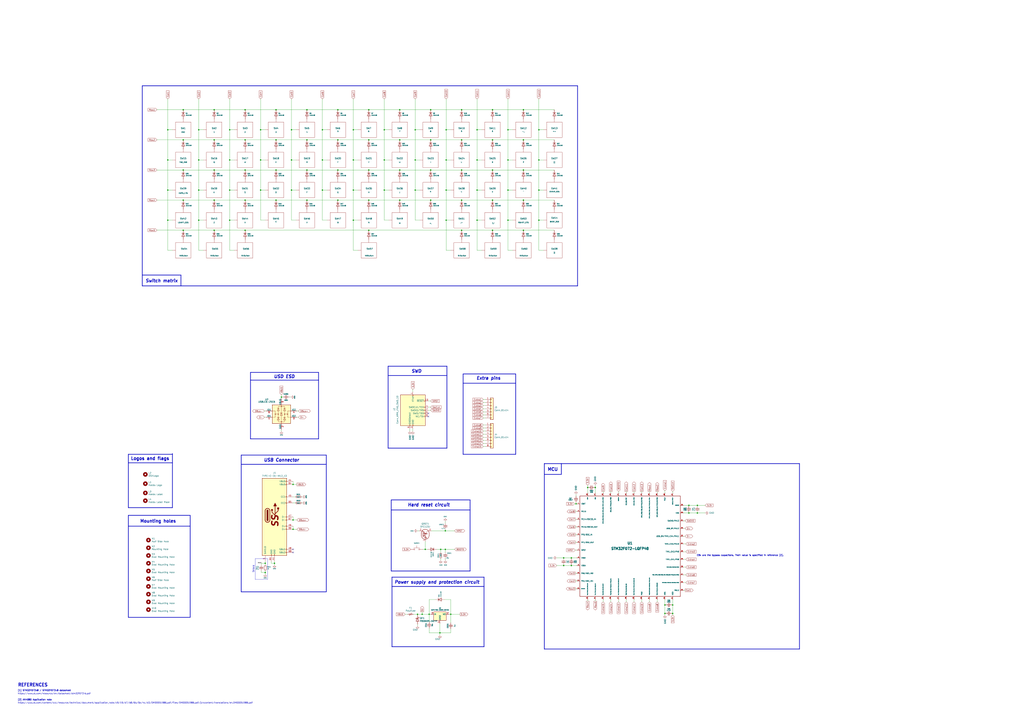
<source format=kicad_sch>
(kicad_sch (version 20230121) (generator eeschema)
  (paper "A1")
  (title_block (title "KeebsPCB") (date "2019-09-25") (rev "Pre-release Alpha") (company "Designed by Álvaro \"Gondolindrim\" Volpato") (comment 1 "In partnership with  MrKeebs"))
  (junction (at 225.425 462.915))
  (junction (at 315.595 106.68))
  (junction (at 240.665 434.975))
  (junction (at 240.665 398.145))
  (junction (at 252.095 114.935))
  (junction (at 163.195 156.21))
  (junction (at 137.795 156.21))
  (junction (at 137.795 180.975))
  (junction (at 213.995 106.68))
  (junction (at 353.695 164.465))
  (junction (at 546.1 497.205))
  (junction (at 370.205 504.825))
  (junction (at 365.76 436.245))
  (junction (at 302.895 90.17))
  (junction (at 302.895 114.935))
  (junction (at 175.895 90.17))
  (junction (at 391.795 156.21))
  (junction (at 365.76 451.485))
  (junction (at 226.695 164.465))
  (junction (at 565.785 415.29))
  (junction (at 252.095 164.465))
  (junction (at 137.795 131.445))
  (junction (at 429.895 164.465))
  (junction (at 429.895 139.7))
  (junction (at 404.495 139.7))
  (junction (at 277.495 139.7))
  (junction (at 226.695 139.7))
  (junction (at 290.195 131.445))
  (junction (at 328.295 139.7))
  (junction (at 349.25 451.485))
  (junction (at 231.14 326.39))
  (junction (at 264.795 156.21))
  (junction (at 352.425 504.825))
  (junction (at 290.195 180.975))
  (junction (at 213.995 131.445))
  (junction (at 404.495 114.935))
  (junction (at 361.315 520.065))
  (junction (at 366.395 106.68))
  (junction (at 404.495 189.23))
  (junction (at 175.895 139.7))
  (junction (at 201.295 114.935))
  (junction (at 379.095 139.7))
  (junction (at 572.77 421.64))
  (junction (at 175.895 189.23))
  (junction (at 264.795 131.445))
  (junction (at 188.595 106.68))
  (junction (at 201.295 90.17))
  (junction (at 417.195 106.68))
  (junction (at 201.295 139.7))
  (junction (at 175.895 164.465))
  (junction (at 188.595 156.21))
  (junction (at 552.45 497.205))
  (junction (at 239.395 156.21))
  (junction (at 150.495 139.7))
  (junction (at 302.895 189.23))
  (junction (at 150.495 114.935))
  (junction (at 404.495 90.17))
  (junction (at 252.095 90.17))
  (junction (at 277.495 164.465))
  (junction (at 361.95 451.485))
  (junction (at 391.795 131.445))
  (junction (at 239.395 131.445))
  (junction (at 290.195 106.68))
  (junction (at 417.195 156.21))
  (junction (at 175.895 114.935))
  (junction (at 342.9 504.825))
  (junction (at 150.495 90.17))
  (junction (at 442.595 156.21))
  (junction (at 137.795 106.68))
  (junction (at 277.495 114.935))
  (junction (at 328.295 90.17))
  (junction (at 379.095 114.935))
  (junction (at 469.265 464.82))
  (junction (at 213.995 156.21))
  (junction (at 488.95 400.685))
  (junction (at 346.71 504.825))
  (junction (at 201.295 164.465))
  (junction (at 442.595 180.975))
  (junction (at 201.295 189.23))
  (junction (at 264.795 106.68))
  (junction (at 315.595 156.21))
  (junction (at 163.195 106.68))
  (junction (at 379.095 164.465))
  (junction (at 340.995 106.68))
  (junction (at 366.395 131.445))
  (junction (at 546.1 504.19))
  (junction (at 150.495 189.23))
  (junction (at 429.895 114.935))
  (junction (at 340.995 156.21))
  (junction (at 366.395 156.21))
  (junction (at 473.075 414.02))
  (junction (at 150.495 164.465))
  (junction (at 328.295 164.465))
  (junction (at 328.295 114.935))
  (junction (at 302.895 164.465))
  (junction (at 240.665 427.355))
  (junction (at 163.195 180.975))
  (junction (at 353.695 90.17))
  (junction (at 315.595 131.445))
  (junction (at 482.6 400.685))
  (junction (at 188.595 180.975))
  (junction (at 379.095 189.23))
  (junction (at 239.395 106.68))
  (junction (at 217.805 462.915))
  (junction (at 379.095 90.17))
  (junction (at 353.695 139.7))
  (junction (at 226.695 114.935))
  (junction (at 366.395 180.975))
  (junction (at 565.785 421.64))
  (junction (at 572.77 415.29))
  (junction (at 252.095 139.7))
  (junction (at 217.805 470.535))
  (junction (at 302.895 139.7))
  (junction (at 340.995 131.445))
  (junction (at 462.915 464.82))
  (junction (at 391.795 106.68))
  (junction (at 290.195 156.21))
  (junction (at 226.695 90.17))
  (junction (at 188.595 131.445))
  (junction (at 462.915 458.47))
  (junction (at 552.45 504.19))
  (junction (at 417.195 180.975))
  (junction (at 429.895 189.23))
  (junction (at 277.495 90.17))
  (junction (at 469.265 458.47))
  (junction (at 442.595 106.68))
  (junction (at 163.195 131.445))
  (junction (at 391.795 180.975))
  (junction (at 417.195 131.445))
  (junction (at 429.895 90.17))
  (junction (at 353.695 114.935))
  (junction (at 404.495 164.465))
  (junction (at 442.595 131.445))
  (no_connect (at 351.79 339.725))
  (no_connect (at 351.79 342.265))
  (no_connect (at 240.665 451.485))
  (no_connect (at 240.665 454.025))
  (wire (pts (xy 240.665 427.355) (xy 243.84 427.355)))
  (wire (pts (xy 353.695 90.17) (xy 379.095 90.17)))
  (polyline (pts (xy 156.21 423.545) (xy 105.41 423.545)) (stroke (width 0.508)))
  (wire (pts (xy 395.605 156.21) (xy 391.795 156.21)))
  (wire (pts (xy 192.405 106.68) (xy 188.595 106.68)))
  (polyline (pts (xy 261.62 360.68) (xy 261.62 306.07)) (stroke (width 0.508)))
  (wire (pts (xy 354.33 436.245) (xy 365.76 436.245)))
  (wire (pts (xy 370.205 106.68) (xy 366.395 106.68)))
  (wire (pts (xy 442.595 156.21) (xy 442.595 180.975)))
  (polyline (pts (xy 116.84 70.485) (xy 474.345 70.485)) (stroke (width 0.508)))
  (wire (pts (xy 339.09 352.425) (xy 339.09 354.33)))
  (wire (pts (xy 396.875 333.375) (xy 398.78 333.375)))
  (wire (pts (xy 546.1 497.205) (xy 546.1 504.19)))
  (wire (pts (xy 546.1 492.76) (xy 546.1 497.205)))
  (wire (pts (xy 290.195 156.21) (xy 290.195 180.975)))
  (wire (pts (xy 264.795 81.28) (xy 264.795 106.68)))
  (wire (pts (xy 268.605 131.445) (xy 264.795 131.445)))
  (wire (pts (xy 365.76 451.485) (xy 365.76 454.025)))
  (wire (pts (xy 572.77 415.29) (xy 579.12 415.29)))
  (wire (pts (xy 366.395 156.21) (xy 366.395 180.975)))
  (wire (pts (xy 201.295 189.23) (xy 302.895 189.23)))
  (polyline (pts (xy 148.59 226.06) (xy 148.59 234.95)) (stroke (width 0.508)))
  (wire (pts (xy 213.995 131.445) (xy 213.995 156.21)))
  (wire (pts (xy 137.795 180.975) (xy 137.795 205.74)))
  (polyline (pts (xy 198.12 486.41) (xy 267.97 486.41)) (stroke (width 0.508)))
  (wire (pts (xy 473.075 414.02) (xy 473.71 414.02)))
  (wire (pts (xy 572.77 421.64) (xy 579.12 421.64)))
  (wire (pts (xy 264.795 131.445) (xy 264.795 156.21)))
  (wire (pts (xy 561.34 421.64) (xy 565.785 421.64)))
  (wire (pts (xy 240.665 434.975) (xy 243.84 434.975)))
  (wire (pts (xy 514.35 494.665) (xy 514.35 492.76)))
  (wire (pts (xy 365.76 429.895) (xy 365.76 428.625)))
  (wire (pts (xy 302.895 114.935) (xy 328.295 114.935)))
  (wire (pts (xy 552.45 505.46) (xy 552.45 504.19)))
  (wire (pts (xy 141.605 131.445) (xy 137.795 131.445)))
  (wire (pts (xy 572.77 421.005) (xy 572.77 421.64)))
  (wire (pts (xy 201.295 164.465) (xy 226.695 164.465)))
  (wire (pts (xy 217.805 106.68) (xy 213.995 106.68)))
  (wire (pts (xy 231.14 354.33) (xy 231.14 353.06)))
  (wire (pts (xy 552.45 492.76) (xy 552.45 497.205)))
  (polyline (pts (xy 219.71 476.25) (xy 209.55 476.25)))
  (wire (pts (xy 349.25 451.485) (xy 351.155 451.485)))
  (wire (pts (xy 167.005 156.21) (xy 163.195 156.21)))
  (wire (pts (xy 346.71 502.92) (xy 346.71 504.825)))
  (wire (pts (xy 302.895 139.7) (xy 328.295 139.7)))
  (wire (pts (xy 551.815 504.19) (xy 552.45 504.19)))
  (wire (pts (xy 396.875 340.995) (xy 398.78 340.995)))
  (wire (pts (xy 217.805 461.645) (xy 217.805 462.915)))
  (wire (pts (xy 442.595 106.68) (xy 442.595 131.445)))
  (wire (pts (xy 302.895 189.23) (xy 379.095 189.23)))
  (wire (pts (xy 163.195 156.21) (xy 163.195 180.975)))
  (wire (pts (xy 462.915 458.47) (xy 462.915 459.105)))
  (wire (pts (xy 391.795 81.28) (xy 391.795 106.68)))
  (wire (pts (xy 495.3 403.86) (xy 495.3 405.13)))
  (polyline (pts (xy 380.365 373.38) (xy 423.545 373.38)) (stroke (width 0.508)))
  (wire (pts (xy 563.245 459.74) (xy 561.34 459.74)))
  (wire (pts (xy 344.805 131.445) (xy 340.995 131.445)))
  (wire (pts (xy 214.63 462.915) (xy 214.63 464.185)))
  (wire (pts (xy 351.79 334.645) (xy 353.695 334.645)))
  (polyline (pts (xy 198.12 381.635) (xy 267.97 381.635)) (stroke (width 0.508)))
  (wire (pts (xy 277.495 139.7) (xy 302.895 139.7)))
  (wire (pts (xy 361.315 521.97) (xy 361.315 520.065)))
  (polyline (pts (xy 261.62 306.07) (xy 205.74 306.07)) (stroke (width 0.508)))
  (wire (pts (xy 365.76 451.485) (xy 373.38 451.485)))
  (wire (pts (xy 214.63 469.265) (xy 214.63 470.535)))
  (wire (pts (xy 167.005 205.74) (xy 163.195 205.74)))
  (wire (pts (xy 565.785 415.29) (xy 572.77 415.29)))
  (wire (pts (xy 404.495 139.7) (xy 429.895 139.7)))
  (wire (pts (xy 370.205 504.825) (xy 370.205 511.81)))
  (wire (pts (xy 572.77 415.29) (xy 572.77 415.925)))
  (wire (pts (xy 315.595 131.445) (xy 315.595 156.21)))
  (wire (pts (xy 294.005 180.975) (xy 290.195 180.975)))
  (wire (pts (xy 340.995 131.445) (xy 340.995 156.21)))
  (wire (pts (xy 472.44 439.42) (xy 473.71 439.42)))
  (wire (pts (xy 482.6 400.685) (xy 483.235 400.685)))
  (wire (pts (xy 352.425 492.76) (xy 357.505 492.76)))
  (polyline (pts (xy 386.08 410.845) (xy 386.08 469.265)) (stroke (width 0.508)))
  (wire (pts (xy 163.195 81.28) (xy 163.195 106.68)))
  (wire (pts (xy 240.665 424.815) (xy 240.665 427.355)))
  (wire (pts (xy 361.315 520.065) (xy 370.205 520.065)))
  (wire (pts (xy 349.25 445.135) (xy 349.25 451.485)))
  (wire (pts (xy 404.495 164.465) (xy 429.895 164.465)))
  (wire (pts (xy 192.405 131.445) (xy 188.595 131.445)))
  (wire (pts (xy 358.775 451.485) (xy 361.95 451.485)))
  (wire (pts (xy 352.425 504.825) (xy 352.425 511.175)))
  (wire (pts (xy 473.075 414.02) (xy 473.075 412.75)))
  (wire (pts (xy 237.49 326.39) (xy 238.76 326.39)))
  (wire (pts (xy 391.795 156.21) (xy 391.795 180.975)))
  (wire (pts (xy 264.795 106.68) (xy 264.795 131.445)))
  (wire (pts (xy 252.095 139.7) (xy 277.495 139.7)))
  (wire (pts (xy 243.205 106.68) (xy 239.395 106.68)))
  (wire (pts (xy 315.595 156.21) (xy 315.595 180.975)))
  (wire (pts (xy 141.605 180.975) (xy 137.795 180.975)))
  (wire (pts (xy 417.195 81.28) (xy 417.195 106.68)))
  (wire (pts (xy 365.76 434.975) (xy 365.76 436.245)))
  (polyline (pts (xy 105.41 423.545) (xy 105.41 507.365)) (stroke (width 0.508)))
  (wire (pts (xy 222.885 462.915) (xy 225.425 462.915)))
  (wire (pts (xy 217.805 156.21) (xy 213.995 156.21)))
  (wire (pts (xy 462.915 458.47) (xy 469.265 458.47)))
  (wire (pts (xy 226.695 90.17) (xy 252.095 90.17)))
  (wire (pts (xy 563.245 466.09) (xy 561.34 466.09)))
  (wire (pts (xy 563.245 447.04) (xy 561.34 447.04)))
  (wire (pts (xy 527.05 494.665) (xy 527.05 492.76)))
  (wire (pts (xy 294.005 131.445) (xy 290.195 131.445)))
  (wire (pts (xy 217.805 470.535) (xy 217.805 469.265)))
  (wire (pts (xy 268.605 180.975) (xy 264.795 180.975)))
  (wire (pts (xy 225.425 464.185) (xy 225.425 462.915)))
  (wire (pts (xy 365.76 436.245) (xy 373.38 436.245)))
  (wire (pts (xy 217.805 131.445) (xy 213.995 131.445)))
  (polyline (pts (xy 219.71 459.105) (xy 219.71 476.25)))
  (polyline (pts (xy 205.74 306.07) (xy 205.74 360.68)) (stroke (width 0.508)))
  (wire (pts (xy 163.195 180.975) (xy 163.195 205.74)))
  (wire (pts (xy 226.695 164.465) (xy 252.095 164.465)))
  (wire (pts (xy 163.195 106.68) (xy 163.195 131.445)))
  (wire (pts (xy 294.005 106.68) (xy 290.195 106.68)))
  (wire (pts (xy 396.875 343.535) (xy 398.78 343.535)))
  (wire (pts (xy 240.665 432.435) (xy 240.665 434.975)))
  (wire (pts (xy 562.61 440.69) (xy 561.34 440.69)))
  (polyline (pts (xy 156.21 507.365) (xy 156.21 423.545)) (stroke (width 0.508)))
  (wire (pts (xy 472.44 426.72) (xy 473.71 426.72)))
  (wire (pts (xy 520.7 494.665) (xy 520.7 492.76)))
  (wire (pts (xy 546.1 497.205) (xy 546.735 497.205)))
  (wire (pts (xy 141.605 156.21) (xy 137.795 156.21)))
  (polyline (pts (xy 198.12 374.015) (xy 198.12 486.41)) (stroke (width 0.508)))
  (wire (pts (xy 339.09 321.945) (xy 339.09 320.04)))
  (wire (pts (xy 232.41 326.39) (xy 231.14 326.39)))
  (wire (pts (xy 391.795 106.68) (xy 391.795 131.445)))
  (wire (pts (xy 552.45 497.205) (xy 552.45 504.19)))
  (wire (pts (xy 379.095 139.7) (xy 404.495 139.7)))
  (wire (pts (xy 533.4 403.86) (xy 533.4 405.13)))
  (wire (pts (xy 421.005 156.21) (xy 417.195 156.21)))
  (wire (pts (xy 527.05 403.86) (xy 527.05 405.13)))
  (wire (pts (xy 546.1 504.19) (xy 546.735 504.19)))
  (wire (pts (xy 167.005 180.975) (xy 163.195 180.975)))
  (wire (pts (xy 302.895 90.17) (xy 328.295 90.17)))
  (wire (pts (xy 353.695 504.825) (xy 352.425 504.825)))
  (wire (pts (xy 243.205 156.21) (xy 239.395 156.21)))
  (wire (pts (xy 137.795 106.68) (xy 137.795 131.445)))
  (wire (pts (xy 290.195 131.445) (xy 290.195 156.21)))
  (wire (pts (xy 328.295 114.935) (xy 353.695 114.935)))
  (wire (pts (xy 469.265 458.47) (xy 469.265 459.105)))
  (wire (pts (xy 417.195 180.975) (xy 417.195 205.74)))
  (wire (pts (xy 268.605 156.21) (xy 264.795 156.21)))
  (polyline (pts (xy 205.74 360.68) (xy 261.62 360.68)) (stroke (width 0.508)))
  (wire (pts (xy 150.495 164.465) (xy 175.895 164.465)))
  (wire (pts (xy 167.005 131.445) (xy 163.195 131.445)))
  (wire (pts (xy 352.425 516.255) (xy 352.425 520.065)))
  (wire (pts (xy 442.595 131.445) (xy 442.595 156.21)))
  (wire (pts (xy 508 494.665) (xy 508 492.76)))
  (wire (pts (xy 239.395 106.68) (xy 239.395 131.445)))
  (wire (pts (xy 488.95 405.13) (xy 488.95 400.685)))
  (wire (pts (xy 482.6 494.03) (xy 482.6 492.76)))
  (wire (pts (xy 243.205 180.975) (xy 239.395 180.975)))
  (wire (pts (xy 472.44 452.12) (xy 473.71 452.12)))
  (wire (pts (xy 396.875 367.03) (xy 398.78 367.03)))
  (polyline (pts (xy 105.41 507.365) (xy 156.21 507.365)) (stroke (width 0.508)))
  (wire (pts (xy 192.405 156.21) (xy 188.595 156.21)))
  (polyline (pts (xy 447.04 533.4) (xy 447.04 381)) (stroke (width 0.508)))
  (wire (pts (xy 472.44 471.17) (xy 473.71 471.17)))
  (wire (pts (xy 128.905 189.23) (xy 150.495 189.23)))
  (polyline (pts (xy 116.84 226.06) (xy 148.59 226.06)) (stroke (width 0.508)))
  (wire (pts (xy 366.395 81.28) (xy 366.395 106.68)))
  (wire (pts (xy 137.795 131.445) (xy 137.795 156.21)))
  (wire (pts (xy 562.61 427.99) (xy 561.34 427.99)))
  (polyline (pts (xy 105.41 432.435) (xy 156.21 432.435)) (stroke (width 0.508)))
  (wire (pts (xy 508 403.86) (xy 508 405.13)))
  (wire (pts (xy 340.995 156.21) (xy 340.995 180.975)))
  (wire (pts (xy 396.875 338.455) (xy 398.78 338.455)))
  (wire (pts (xy 328.295 164.465) (xy 353.695 164.465)))
  (wire (pts (xy 128.905 114.935) (xy 150.495 114.935)))
  (wire (pts (xy 344.805 106.68) (xy 340.995 106.68)))
  (wire (pts (xy 396.875 335.915) (xy 398.78 335.915)))
  (polyline (pts (xy 318.77 300.99) (xy 318.77 368.3)) (stroke (width 0.508)))
  (wire (pts (xy 482.6 398.78) (xy 482.6 400.685)))
  (wire (pts (xy 222.885 461.645) (xy 222.885 462.915)))
  (wire (pts (xy 339.725 504.825) (xy 342.9 504.825)))
  (wire (pts (xy 290.195 106.68) (xy 290.195 131.445)))
  (wire (pts (xy 150.495 189.23) (xy 175.895 189.23)))
  (wire (pts (xy 501.65 494.665) (xy 501.65 492.76)))
  (wire (pts (xy 379.095 90.17) (xy 404.495 90.17)))
  (polyline (pts (xy 380.365 314.96) (xy 423.545 314.96)) (stroke (width 0.508)))
  (wire (pts (xy 252.095 114.935) (xy 277.495 114.935)))
  (wire (pts (xy 563.245 453.39) (xy 561.34 453.39)))
  (wire (pts (xy 396.875 364.49) (xy 398.78 364.49)))
  (wire (pts (xy 429.895 164.465) (xy 455.295 164.465)))
  (wire (pts (xy 539.75 403.86) (xy 539.75 405.13)))
  (wire (pts (xy 342.9 436.245) (xy 344.17 436.245)))
  (polyline (pts (xy 318.77 300.99) (xy 367.03 300.99)) (stroke (width 0.508)))
  (polyline (pts (xy 321.31 410.845) (xy 321.31 469.265)) (stroke (width 0.508)))
  (wire (pts (xy 539.75 494.665) (xy 539.75 492.76)))
  (wire (pts (xy 533.4 494.665) (xy 533.4 492.76)))
  (wire (pts (xy 370.205 156.21) (xy 366.395 156.21)))
  (wire (pts (xy 319.405 131.445) (xy 315.595 131.445)))
  (wire (pts (xy 128.905 90.17) (xy 150.495 90.17)))
  (wire (pts (xy 429.895 189.23) (xy 455.295 189.23)))
  (wire (pts (xy 239.395 81.28) (xy 239.395 106.68)))
  (wire (pts (xy 344.805 156.21) (xy 340.995 156.21)))
  (wire (pts (xy 353.695 337.185) (xy 351.79 337.185)))
  (polyline (pts (xy 318.77 368.3) (xy 367.03 368.3)) (stroke (width 0.508)))
  (wire (pts (xy 396.875 359.41) (xy 398.78 359.41)))
  (wire (pts (xy 188.595 81.28) (xy 188.595 106.68)))
  (polyline (pts (xy 105.41 380.365) (xy 141.605 380.365)) (stroke (width 0.508)))
  (wire (pts (xy 472.44 420.37) (xy 473.71 420.37)))
  (wire (pts (xy 231.14 324.485) (xy 231.14 326.39)))
  (wire (pts (xy 243.84 337.82) (xy 245.11 337.82)))
  (wire (pts (xy 396.875 356.87) (xy 398.78 356.87)))
  (polyline (pts (xy 447.04 389.89) (xy 461.01 389.89)) (stroke (width 0.508)))
  (wire (pts (xy 361.95 460.375) (xy 361.95 459.105)))
  (wire (pts (xy 462.915 464.82) (xy 469.265 464.82)))
  (polyline (pts (xy 105.41 373.38) (xy 105.41 417.195)) (stroke (width 0.508)))
  (wire (pts (xy 141.605 205.74) (xy 137.795 205.74)))
  (wire (pts (xy 462.915 464.185) (xy 462.915 464.82)))
  (wire (pts (xy 563.245 478.79) (xy 561.34 478.79)))
  (wire (pts (xy 243.84 342.9) (xy 245.11 342.9)))
  (wire (pts (xy 562.61 485.14) (xy 561.34 485.14)))
  (wire (pts (xy 150.495 139.7) (xy 175.895 139.7)))
  (wire (pts (xy 366.395 180.975) (xy 366.395 205.74)))
  (wire (pts (xy 217.805 180.975) (xy 213.995 180.975)))
  (wire (pts (xy 395.605 205.74) (xy 391.795 205.74)))
  (wire (pts (xy 188.595 156.21) (xy 188.595 180.975)))
  (wire (pts (xy 473.075 407.67) (xy 473.075 406.4)))
  (polyline (pts (xy 367.03 300.99) (xy 367.03 368.3)) (stroke (width 0.508)))
  (wire (pts (xy 488.95 400.685) (xy 488.315 400.685)))
  (wire (pts (xy 192.405 180.975) (xy 188.595 180.975)))
  (wire (pts (xy 353.695 329.565) (xy 351.79 329.565)))
  (wire (pts (xy 457.2 464.82) (xy 462.915 464.82)))
  (wire (pts (xy 495.3 494.665) (xy 495.3 492.76)))
  (wire (pts (xy 379.095 189.23) (xy 404.495 189.23)))
  (polyline (pts (xy 105.41 373.38) (xy 141.605 373.38)) (stroke (width 0.508)))
  (wire (pts (xy 396.875 330.835) (xy 398.78 330.835)))
  (wire (pts (xy 342.9 504.825) (xy 342.9 505.46)))
  (wire (pts (xy 404.495 189.23) (xy 429.895 189.23)))
  (wire (pts (xy 563.245 472.44) (xy 561.34 472.44)))
  (wire (pts (xy 277.495 90.17) (xy 302.895 90.17)))
  (wire (pts (xy 361.95 451.485) (xy 365.76 451.485)))
  (wire (pts (xy 395.605 106.68) (xy 391.795 106.68)))
  (wire (pts (xy 243.205 131.445) (xy 239.395 131.445)))
  (wire (pts (xy 396.875 361.95) (xy 398.78 361.95)))
  (wire (pts (xy 552.45 403.86) (xy 552.45 405.13)))
  (wire (pts (xy 417.195 106.68) (xy 417.195 131.445)))
  (polyline (pts (xy 423.545 307.34) (xy 380.365 307.34)) (stroke (width 0.508)))
  (polyline (pts (xy 380.365 307.34) (xy 380.365 373.38)) (stroke (width 0.508)))
  (wire (pts (xy 128.905 139.7) (xy 150.495 139.7)))
  (wire (pts (xy 488.95 398.78) (xy 488.95 400.685)))
  (polyline (pts (xy 209.55 476.25) (xy 209.55 459.105)))
  (wire (pts (xy 421.005 205.74) (xy 417.195 205.74)))
  (wire (pts (xy 175.895 90.17) (xy 201.295 90.17)))
  (wire (pts (xy 353.695 164.465) (xy 379.095 164.465)))
  (wire (pts (xy 446.405 131.445) (xy 442.595 131.445)))
  (wire (pts (xy 395.605 131.445) (xy 391.795 131.445)))
  (wire (pts (xy 342.9 504.825) (xy 346.71 504.825)))
  (wire (pts (xy 395.605 180.975) (xy 391.795 180.975)))
  (wire (pts (xy 446.405 156.21) (xy 442.595 156.21)))
  (wire (pts (xy 565.785 415.29) (xy 565.785 415.925)))
  (wire (pts (xy 217.17 337.82) (xy 218.44 337.82)))
  (wire (pts (xy 366.395 106.68) (xy 366.395 131.445)))
  (wire (pts (xy 417.195 131.445) (xy 417.195 156.21)))
  (wire (pts (xy 365.125 492.76) (xy 370.205 492.76)))
  (wire (pts (xy 368.935 504.825) (xy 370.205 504.825)))
  (wire (pts (xy 391.795 180.975) (xy 391.795 205.74)))
  (wire (pts (xy 175.895 139.7) (xy 201.295 139.7)))
  (wire (pts (xy 175.895 114.935) (xy 201.295 114.935)))
  (wire (pts (xy 446.405 205.74) (xy 442.595 205.74)))
  (polyline (pts (xy 267.97 486.41) (xy 267.97 374.015)) (stroke (width 0.508)))
  (wire (pts (xy 213.995 81.28) (xy 213.995 106.68)))
  (wire (pts (xy 264.795 156.21) (xy 264.795 180.975)))
  (wire (pts (xy 514.35 403.86) (xy 514.35 405.13)))
  (wire (pts (xy 370.205 205.74) (xy 366.395 205.74)))
  (wire (pts (xy 417.195 156.21) (xy 417.195 180.975)))
  (polyline (pts (xy 205.74 312.42) (xy 261.62 312.42)) (stroke (width 0.508)))
  (wire (pts (xy 488.95 494.03) (xy 488.95 492.76)))
  (wire (pts (xy 346.71 504.825) (xy 352.425 504.825)))
  (wire (pts (xy 328.295 139.7) (xy 353.695 139.7)))
  (polyline (pts (xy 321.31 419.1) (xy 386.08 419.1)) (stroke (width 0.508)))
  (wire (pts (xy 370.205 504.825) (xy 370.205 492.76)))
  (polyline (pts (xy 209.55 459.105) (xy 219.71 459.105)))
  (wire (pts (xy 472.44 477.52) (xy 473.71 477.52)))
  (wire (pts (xy 137.795 81.28) (xy 137.795 106.68)))
  (wire (pts (xy 471.805 414.02) (xy 473.075 414.02)))
  (wire (pts (xy 328.295 90.17) (xy 353.695 90.17)))
  (polyline (pts (xy 318.77 308.61) (xy 367.03 308.61)) (stroke (width 0.508)))
  (wire (pts (xy 226.695 114.935) (xy 252.095 114.935)))
  (wire (pts (xy 240.665 395.605) (xy 240.665 398.145)))
  (wire (pts (xy 421.005 180.975) (xy 417.195 180.975)))
  (wire (pts (xy 240.665 413.385) (xy 242.57 413.385)))
  (polyline (pts (xy 461.01 389.89) (xy 461.01 381)) (stroke (width 0.508)))
  (wire (pts (xy 442.595 205.74) (xy 442.595 180.975)))
  (wire (pts (xy 188.595 131.445) (xy 188.595 156.21)))
  (polyline (pts (xy 105.41 417.195) (xy 141.605 417.195)) (stroke (width 0.508)))
  (wire (pts (xy 150.495 114.935) (xy 175.895 114.935)))
  (wire (pts (xy 201.295 114.935) (xy 226.695 114.935)))
  (polyline (pts (xy 447.04 381) (xy 656.59 381)) (stroke (width 0.508)))
  (wire (pts (xy 561.34 415.29) (xy 565.785 415.29)))
  (wire (pts (xy 370.205 504.825) (xy 377.825 504.825)))
  (wire (pts (xy 302.895 164.465) (xy 328.295 164.465)))
  (wire (pts (xy 546.1 505.46) (xy 546.1 504.19)))
  (wire (pts (xy 396.875 354.33) (xy 398.78 354.33)))
  (wire (pts (xy 315.595 81.28) (xy 315.595 106.68)))
  (wire (pts (xy 370.205 520.065) (xy 370.205 516.89)))
  (wire (pts (xy 294.005 205.74) (xy 290.195 205.74)))
  (wire (pts (xy 243.84 398.145) (xy 240.665 398.145)))
  (wire (pts (xy 340.995 81.28) (xy 340.995 106.68)))
  (wire (pts (xy 163.195 131.445) (xy 163.195 156.21)))
  (wire (pts (xy 404.495 90.17) (xy 429.895 90.17)))
  (wire (pts (xy 175.895 189.23) (xy 201.295 189.23)))
  (polyline (pts (xy 397.51 531.495) (xy 321.945 531.495)) (stroke (width 0.508)))
  (wire (pts (xy 379.095 114.935) (xy 404.495 114.935)))
  (wire (pts (xy 353.695 139.7) (xy 379.095 139.7)))
  (wire (pts (xy 361.315 512.445) (xy 361.315 520.065)))
  (polyline (pts (xy 386.08 469.265) (xy 321.31 469.265)) (stroke (width 0.508)))
  (wire (pts (xy 213.995 106.68) (xy 213.995 131.445)))
  (wire (pts (xy 240.665 408.305) (xy 242.57 408.305)))
  (wire (pts (xy 520.7 403.86) (xy 520.7 405.13)))
  (wire (pts (xy 446.405 180.975) (xy 442.595 180.975)))
  (wire (pts (xy 201.295 90.17) (xy 226.695 90.17)))
  (wire (pts (xy 562.61 434.34) (xy 561.34 434.34)))
  (polyline (pts (xy 116.84 70.485) (xy 116.84 234.95)) (stroke (width 0.508)))
  (wire (pts (xy 252.095 90.17) (xy 277.495 90.17)))
  (polyline (pts (xy 321.945 531.495) (xy 321.945 474.345)) (stroke (width 0.508)))
  (wire (pts (xy 446.405 106.68) (xy 442.595 106.68)))
  (wire (pts (xy 268.605 106.68) (xy 264.795 106.68)))
  (wire (pts (xy 347.345 451.485) (xy 349.25 451.485)))
  (wire (pts (xy 342.9 513.08) (xy 342.9 514.35)))
  (wire (pts (xy 429.895 139.7) (xy 455.295 139.7)))
  (wire (pts (xy 332.74 504.825) (xy 334.645 504.825)))
  (wire (pts (xy 319.405 180.975) (xy 315.595 180.975)))
  (wire (pts (xy 472.44 483.87) (xy 473.71 483.87)))
  (polyline (pts (xy 397.51 474.345) (xy 397.51 531.495)) (stroke (width 0.508)))
  (wire (pts (xy 294.005 156.21) (xy 290.195 156.21)))
  (wire (pts (xy 340.995 106.68) (xy 340.995 131.445)))
  (wire (pts (xy 421.005 106.68) (xy 417.195 106.68)))
  (wire (pts (xy 501.65 403.86) (xy 501.65 405.13)))
  (wire (pts (xy 217.805 462.915) (xy 217.805 464.185)))
  (wire (pts (xy 546.1 403.225) (xy 546.1 405.13)))
  (polyline (pts (xy 474.345 234.95) (xy 474.345 70.485)) (stroke (width 0.508)))
  (polyline (pts (xy 116.84 234.95) (xy 474.345 234.95)) (stroke (width 0.508)))
  (wire (pts (xy 231.14 327.66) (xy 231.14 326.39)))
  (wire (pts (xy 214.63 470.535) (xy 217.805 470.535)))
  (wire (pts (xy 192.405 205.74) (xy 188.595 205.74)))
  (wire (pts (xy 473.71 464.82) (xy 469.265 464.82)))
  (polyline (pts (xy 267.97 374.015) (xy 198.12 374.015)) (stroke (width 0.508)))
  (wire (pts (xy 315.595 106.68) (xy 315.595 131.445)))
  (wire (pts (xy 239.395 156.21) (xy 239.395 180.975)))
  (wire (pts (xy 137.795 156.21) (xy 137.795 180.975)))
  (wire (pts (xy 188.595 106.68) (xy 188.595 131.445)))
  (wire (pts (xy 217.805 470.535) (xy 217.805 471.805)))
  (wire (pts (xy 370.205 131.445) (xy 366.395 131.445)))
  (wire (pts (xy 473.71 458.47) (xy 469.265 458.47)))
  (wire (pts (xy 396.875 349.25) (xy 398.78 349.25)))
  (wire (pts (xy 469.265 464.82) (xy 469.265 464.185)))
  (wire (pts (xy 217.17 342.9) (xy 218.44 342.9)))
  (polyline (pts (xy 321.945 474.345) (xy 397.51 474.345)) (stroke (width 0.508)))
  (wire (pts (xy 421.005 131.445) (xy 417.195 131.445)))
  (wire (pts (xy 213.995 156.21) (xy 213.995 180.975)))
  (polyline (pts (xy 321.31 410.845) (xy 386.08 410.845)) (stroke (width 0.508)))
  (wire (pts (xy 290.195 180.975) (xy 290.195 205.74)))
  (wire (pts (xy 167.005 106.68) (xy 163.195 106.68)))
  (wire (pts (xy 252.095 164.465) (xy 277.495 164.465)))
  (wire (pts (xy 404.495 114.935) (xy 429.895 114.935)))
  (wire (pts (xy 396.875 351.79) (xy 398.78 351.79)))
  (wire (pts (xy 150.495 90.17) (xy 175.895 90.17)))
  (wire (pts (xy 391.795 131.445) (xy 391.795 156.21)))
  (wire (pts (xy 552.45 497.205) (xy 551.815 497.205)))
  (wire (pts (xy 352.425 504.825) (xy 352.425 492.76)))
  (wire (pts (xy 429.895 90.17) (xy 455.295 90.17)))
  (wire (pts (xy 226.695 139.7) (xy 252.095 139.7)))
  (wire (pts (xy 344.805 180.975) (xy 340.995 180.975)))
  (wire (pts (xy 175.895 164.465) (xy 201.295 164.465)))
  (wire (pts (xy 353.695 114.935) (xy 379.095 114.935)))
  (wire (pts (xy 361.315 520.065) (xy 352.425 520.065)))
  (polyline (pts (xy 141.605 372.745) (xy 141.605 417.195)) (stroke (width 0.508)))
  (wire (pts (xy 225.425 462.915) (xy 225.425 461.645)))
  (wire (pts (xy 188.595 180.975) (xy 188.595 205.74)))
  (wire (pts (xy 472.44 445.77) (xy 473.71 445.77)))
  (wire (pts (xy 277.495 114.935) (xy 302.895 114.935)))
  (wire (pts (xy 370.205 180.975) (xy 366.395 180.975)))
  (wire (pts (xy 239.395 131.445) (xy 239.395 156.21)))
  (wire (pts (xy 361.95 451.485) (xy 361.95 454.025)))
  (wire (pts (xy 565.785 421.64) (xy 572.77 421.64)))
  (wire (pts (xy 247.65 408.305) (xy 248.285 408.305)))
  (wire (pts (xy 141.605 106.68) (xy 137.795 106.68)))
  (polyline (pts (xy 423.545 373.38) (xy 423.545 307.34)) (stroke (width 0.508)))
  (wire (pts (xy 442.595 81.28) (xy 442.595 106.68)))
  (polyline (pts (xy 656.59 533.4) (xy 447.04 533.4)) (stroke (width 0.508)))
  (wire (pts (xy 457.2 458.47) (xy 462.915 458.47)))
  (wire (pts (xy 277.495 164.465) (xy 302.895 164.465)))
  (wire (pts (xy 336.55 352.425) (xy 336.55 354.33)))
  (wire (pts (xy 565.785 421.64) (xy 565.785 421.005)))
  (polyline (pts (xy 656.59 381) (xy 656.59 533.4)) (stroke (width 0.508)))
  (wire (pts (xy 201.295 139.7) (xy 226.695 139.7)))
  (wire (pts (xy 247.65 413.385) (xy 248.285 413.385)))
  (wire (pts (xy 319.405 156.21) (xy 315.595 156.21)))
  (wire (pts (xy 290.195 81.28) (xy 290.195 106.68)))
  (wire (pts (xy 128.905 164.465) (xy 150.495 164.465)))
  (wire (pts (xy 365.76 460.375) (xy 365.76 459.105)))
  (wire (pts (xy 379.095 164.465) (xy 404.495 164.465)))
  (wire (pts (xy 217.805 462.915) (xy 214.63 462.915)))
  (polyline (pts (xy 321.945 481.965) (xy 397.51 481.965)) (stroke (width 0.508)))
  (wire (pts (xy 366.395 131.445) (xy 366.395 156.21)))
  (wire (pts (xy 472.44 433.07) (xy 473.71 433.07)))
  (wire (pts (xy 482.6 405.13) (xy 482.6 400.685)))
  (wire (pts (xy 319.405 106.68) (xy 315.595 106.68)))
  (wire (pts (xy 429.895 114.935) (xy 455.295 114.935)))
  (wire (pts (xy 396.875 328.295) (xy 398.78 328.295)))
  (text "Power supply and protection circuit" (at 323.85 480.06 0) (effects (font (size 2.54 2.54) (thickness 0.508) bold italic) (justify left bottom)))
  (text "MCU" (at 449.58 387.35 0) (effects (font (size 2.54 2.54) (thickness 0.508) bold) (justify left bottom)))
  (text "REFERENCES" (at 14.605 564.515 0) (effects (font (size 2.54 2.54) (thickness 0.508) bold) (justify left bottom)))
  (text "[2] AN4080 Application note" (at 14.605 575.945 0) (effects (font (size 1.27 1.27) (thickness 0.254) bold) (justify left bottom)))
  (text "CBx are the bypass capacitors. Their value is specified in reference [2]." (at 572.135 457.2 0) (effects (font (size 1.27 1.27) (thickness 0.254) bold) (justify left bottom)))
  (text "Hard reset circuit" (at 334.645 416.56 0) (effects (font (size 2.54 2.54) (thickness 0.508) bold italic) (justify left bottom)))
  (text "Shield" (at 208.915 470.535 90) (effects (font (size 1.27 1.27)) (justify left bottom)))
  (text "[1] STM32F072x8 / STM32F072xB datasheet" (at 14.605 568.325 0) (effects (font (size 1.27 1.27) (thickness 0.254) bold) (justify left bottom)))
  (text "USD ESD" (at 224.79 311.15 0) (effects (font (size 2.54 2.54) (thickness 0.508) bold italic) (justify left bottom)))
  (text "https://www.st.com/resource/en/datasheet/stm32f072rb.pdf" (at 14.605 570.865 0) (effects (font (size 1.27 1.27)) (justify left bottom)))
  (text "Extra pins" (at 391.16 312.42 0) (effects (font (size 2.54 2.54) (thickness 0.508) bold italic) (justify left bottom)))
  (text "Mounting holes" (at 114.935 429.895 0) (effects (font (size 2.54 2.54) (thickness 0.508) bold) (justify left bottom)))
  (text "https://www.st.com/content/ccc/resource/technical/document/application_note/c9/19/d7/b8/6b/0e/4c/d3/DM00051986.pdf/files/DM00051986.pdf/jcr:content/translations/en.DM00051986.pdf" (at 14.605 578.485 0) (effects (font (size 1.27 1.27)) (justify left bottom)))
  (text "Logos and flags" (at 107.315 378.46 0) (effects (font (size 2.54 2.54) (thickness 0.508) bold) (justify left bottom)))
  (text "SWD" (at 337.82 306.705 0) (effects (font (size 2.54 2.54) (thickness 0.508) bold italic) (justify left bottom)))
  (text "Switch matrix" (at 119.38 232.41 0) (effects (font (size 2.54 2.54) (thickness 0.508) bold italic) (justify left bottom)))
  (text "USB Connector" (at 216.535 379.73 0) (effects (font (size 2.54 2.54) (thickness 0.508) bold italic) (justify left bottom)))
  (label "SHIELD" (at 214.63 462.915 180) (effects (font (size 0.508 0.508))))
  (global_label "D+" (shape bidirectional) (at 245.11 342.9 0) (property "Intersheetrefs" "${INTERSHEET_REFS}" (effects hide)))
  (global_label "Extra12" (shape input) (at 514.35 494.665 270) (property "Intersheetrefs" "${INTERSHEET_REFS}" (effects hide)))
  (global_label "SWDIO" (shape input) (at 353.695 337.185 0) (property "Intersheetrefs" "${INTERSHEET_REFS}" (effects hide)))
  (global_label "Col9" (shape output) (at 495.3 403.86 90) (property "Intersheetrefs" "${INTERSHEET_REFS}" (effects hide)))
  (global_label "D-" (shape bidirectional) (at 562.61 440.69 0) (property "Intersheetrefs" "${INTERSHEET_REFS}" (effects hide)))
  (global_label "Extra15" (shape input) (at 396.875 367.03 180) (property "Intersheetrefs" "${INTERSHEET_REFS}" (effects hide)))
  (global_label "Row4" (shape output) (at 482.6 494.03 270) (property "Intersheetrefs" "${INTERSHEET_REFS}" (effects hide)))
  (global_label "Extra8" (shape input) (at 396.875 349.25 180) (property "Intersheetrefs" "${INTERSHEET_REFS}" (effects hide)))
  (global_label "Row5" (shape output) (at 488.95 494.03 270) (property "Intersheetrefs" "${INTERSHEET_REFS}" (effects hide)))
  (global_label "Row1" (shape input) (at 128.905 90.17 180) (property "Intersheetrefs" "${INTERSHEET_REFS}" (effects hide)))
  (global_label "DBus-" (shape bidirectional) (at 217.17 337.82 180) (property "Intersheetrefs" "${INTERSHEET_REFS}" (effects hide)))
  (global_label "Col8" (shape output) (at 472.44 420.37 180) (property "Intersheetrefs" "${INTERSHEET_REFS}" (effects hide)))
  (global_label "Col2" (shape input) (at 163.195 81.28 90) (property "Intersheetrefs" "${INTERSHEET_REFS}" (effects hide)))
  (global_label "Row2" (shape output) (at 539.75 403.86 90) (property "Intersheetrefs" "${INTERSHEET_REFS}" (effects hide)))
  (global_label "Col4" (shape input) (at 213.995 81.28 90) (property "Intersheetrefs" "${INTERSHEET_REFS}" (effects hide)))
  (global_label "Extra9" (shape input) (at 533.4 494.665 270) (property "Intersheetrefs" "${INTERSHEET_REFS}" (effects hide)))
  (global_label "3.3V" (shape input) (at 457.2 464.82 180) (property "Intersheetrefs" "${INTERSHEET_REFS}" (effects hide)))
  (global_label "Col13" (shape output) (at 527.05 403.86 90) (property "Intersheetrefs" "${INTERSHEET_REFS}" (effects hide)))
  (global_label "NRST" (shape input) (at 472.44 452.12 180) (property "Intersheetrefs" "${INTERSHEET_REFS}" (effects hide)))
  (global_label "Extra2" (shape input) (at 563.245 447.04 0) (property "Intersheetrefs" "${INTERSHEET_REFS}" (effects hide)))
  (global_label "Extra4" (shape input) (at 396.875 335.915 180) (property "Intersheetrefs" "${INTERSHEET_REFS}" (effects hide)))
  (global_label "Row1" (shape output) (at 533.4 403.86 90) (property "Intersheetrefs" "${INTERSHEET_REFS}" (effects hide)))
  (global_label "Extra13" (shape input) (at 508 494.665 270) (property "Intersheetrefs" "${INTERSHEET_REFS}" (effects hide)))
  (global_label "Extra7" (shape input) (at 396.875 343.535 180) (property "Intersheetrefs" "${INTERSHEET_REFS}" (effects hide)))
  (global_label "Col7" (shape output) (at 472.44 426.72 180) (property "Intersheetrefs" "${INTERSHEET_REFS}" (effects hide)))
  (global_label "Extra2" (shape input) (at 396.875 330.835 180) (property "Intersheetrefs" "${INTERSHEET_REFS}" (effects hide)))
  (global_label "Extra4" (shape input) (at 563.245 459.74 0) (property "Intersheetrefs" "${INTERSHEET_REFS}" (effects hide)))
  (global_label "Extra15" (shape input) (at 495.3 494.665 270) (property "Intersheetrefs" "${INTERSHEET_REFS}" (effects hide)))
  (global_label "Col5" (shape output) (at 472.44 439.42 180) (property "Intersheetrefs" "${INTERSHEET_REFS}" (effects hide)))
  (global_label "Row3" (shape input) (at 128.905 139.7 180) (property "Intersheetrefs" "${INTERSHEET_REFS}" (effects hide)))
  (global_label "VBUS" (shape input) (at 231.14 324.485 90) (property "Intersheetrefs" "${INTERSHEET_REFS}" (effects hide)))
  (global_label "Col12" (shape output) (at 520.7 403.86 90) (property "Intersheetrefs" "${INTERSHEET_REFS}" (effects hide)))
  (global_label "Extra11" (shape input) (at 520.7 494.665 270) (property "Intersheetrefs" "${INTERSHEET_REFS}" (effects hide)))
  (global_label "Row5" (shape input) (at 128.905 189.23 180) (property "Intersheetrefs" "${INTERSHEET_REFS}" (effects hide)))
  (global_label "D+" (shape bidirectional) (at 562.61 434.34 0) (property "Intersheetrefs" "${INTERSHEET_REFS}" (effects hide)))
  (global_label "Row2" (shape input) (at 128.905 114.935 180) (property "Intersheetrefs" "${INTERSHEET_REFS}" (effects hide)))
  (global_label "VBUS" (shape output) (at 243.84 398.145 0) (property "Intersheetrefs" "${INTERSHEET_REFS}" (effects hide)))
  (global_label "Row4" (shape input) (at 128.905 164.465 180) (property "Intersheetrefs" "${INTERSHEET_REFS}" (effects hide)))
  (global_label "Extra9" (shape input) (at 396.875 351.79 180) (property "Intersheetrefs" "${INTERSHEET_REFS}" (effects hide)))
  (global_label "Col11" (shape input) (at 391.795 81.28 90) (property "Intersheetrefs" "${INTERSHEET_REFS}" (effects hide)))
  (global_label "Col9" (shape input) (at 340.995 81.28 90) (property "Intersheetrefs" "${INTERSHEET_REFS}" (effects hide)))
  (global_label "Col3" (shape output) (at 472.44 471.17 180) (property "Intersheetrefs" "${INTERSHEET_REFS}" (effects hide)))
  (global_label "NRST" (shape bidirectional) (at 373.38 436.245 0) (property "Intersheetrefs" "${INTERSHEET_REFS}" (effects hide)))
  (global_label "Extra3" (shape input) (at 396.875 333.375 180) (property "Intersheetrefs" "${INTERSHEET_REFS}" (effects hide)))
  (global_label "DBus+" (shape bidirectional) (at 245.11 337.82 0) (property "Intersheetrefs" "${INTERSHEET_REFS}" (effects hide)))
  (global_label "5V" (shape output) (at 346.71 502.92 90) (property "Intersheetrefs" "${INTERSHEET_REFS}" (effects hide)))
  (global_label "Row3" (shape output) (at 472.44 483.87 180) (property "Intersheetrefs" "${INTERSHEET_REFS}" (effects hide)))
  (global_label "Extra5" (shape input) (at 563.245 466.09 0) (property "Intersheetrefs" "${INTERSHEET_REFS}" (effects hide)))
  (global_label "3.3V" (shape input) (at 579.12 415.29 0) (property "Intersheetrefs" "${INTERSHEET_REFS}" (effects hide)))
  (global_label "Col4" (shape output) (at 472.44 445.77 180) (property "Intersheetrefs" "${INTERSHEET_REFS}" (effects hide)))
  (global_label "Extra12" (shape input) (at 396.875 359.41 180) (property "Intersheetrefs" "${INTERSHEET_REFS}" (effects hide)))
  (global_label "Col3" (shape input) (at 188.595 81.28 90) (property "Intersheetrefs" "${INTERSHEET_REFS}" (effects hide)))
  (global_label "Extra1" (shape input) (at 546.1 403.225 90) (property "Intersheetrefs" "${INTERSHEET_REFS}" (effects hide)))
  (global_label "BOOT0" (shape input) (at 508 403.86 90) (property "Intersheetrefs" "${INTERSHEET_REFS}" (effects hide)))
  (global_label "Col13" (shape input) (at 442.595 81.28 90) (property "Intersheetrefs" "${INTERSHEET_REFS}" (effects hide)))
  (global_label "Extra1" (shape input) (at 396.875 328.295 180) (property "Intersheetrefs" "${INTERSHEET_REFS}" (effects hide)))
  (global_label "Col1" (shape input) (at 137.795 81.28 90) (property "Intersheetrefs" "${INTERSHEET_REFS}" (effects hide)))
  (global_label "Extra14" (shape input) (at 501.65 494.665 270) (property "Intersheetrefs" "${INTERSHEET_REFS}" (effects hide)))
  (global_label "Extra10" (shape input) (at 396.875 354.33 180) (property "Intersheetrefs" "${INTERSHEET_REFS}" (effects hide)))
  (global_label "Extra6" (shape input) (at 396.875 340.995 180) (property "Intersheetrefs" "${INTERSHEET_REFS}" (effects hide)))
  (global_label "3.3V" (shape input) (at 337.185 451.485 180) (property "Intersheetrefs" "${INTERSHEET_REFS}" (effects hide)))
  (global_label "SWDIO" (shape input) (at 562.61 427.99 0) (property "Intersheetrefs" "${INTERSHEET_REFS}" (effects hide)))
  (global_label "Col10" (shape input) (at 366.395 81.28 90) (property "Intersheetrefs" "${INTERSHEET_REFS}" (effects hide)))
  (global_label "SWCLK" (shape input) (at 552.45 403.86 90) (property "Intersheetrefs" "${INTERSHEET_REFS}" (effects hide)))
  (global_label "Col6" (shape input) (at 264.795 81.28 90) (property "Intersheetrefs" "${INTERSHEET_REFS}" (effects hide)))
  (global_label "DBus+" (shape bidirectional) (at 243.84 427.355 0) (property "Intersheetrefs" "${INTERSHEET_REFS}" (effects hide)))
  (global_label "3.3V" (shape output) (at 377.825 504.825 0) (property "Intersheetrefs" "${INTERSHEET_REFS}" (effects hide)))
  (global_label "DBus-" (shape bidirectional) (at 243.84 434.975 0) (property "Intersheetrefs" "${INTERSHEET_REFS}" (effects hide)))
  (global_label "Extra10" (shape input) (at 527.05 494.665 270) (property "Intersheetrefs" "${INTERSHEET_REFS}" (effects hide)))
  (global_label "Extra11" (shape input) (at 396.875 356.87 180) (property "Intersheetrefs" "${INTERSHEET_REFS}" (effects hide)))
  (global_label "Col8" (shape input) (at 315.595 81.28 90) (property "Intersheetrefs" "${INTERSHEET_REFS}" (effects hide)))
  (global_label "Col1" (shape output) (at 562.61 485.14 0) (property "Intersheetrefs" "${INTERSHEET_REFS}" (effects hide)))
  (global_label "3.3V" (shape input) (at 339.09 320.04 90) (property "Intersheetrefs" "${INTERSHEET_REFS}" (effects hide)))
  (global_label "Extra14" (shape input) (at 396.875 364.49 180) (property "Intersheetrefs" "${INTERSHEET_REFS}" (effects hide)))
  (global_label "NRST" (shape input) (at 353.695 329.565 0) (property "Intersheetrefs" "${INTERSHEET_REFS}" (effects hide)))
  (global_label "Extra7" (shape input) (at 563.245 478.79 0) (property "Intersheetrefs" "${INTERSHEET_REFS}" (effects hide)))
  (global_label "Col11" (shape output) (at 514.35 403.86 90) (property "Intersheetrefs" "${INTERSHEET_REFS}" (effects hide)))
  (global_label "Col6" (shape output) (at 472.44 433.07 180) (property "Intersheetrefs" "${INTERSHEET_REFS}" (effects hide)))
  (global_label "VBUS" (shape input) (at 332.74 504.825 180) (property "Intersheetrefs" "${INTERSHEET_REFS}" (effects hide)))
  (global_label "3.3V" (shape input) (at 471.805 414.02 180) (property "Intersheetrefs" "${INTERSHEET_REFS}" (effects hide)))
  (global_label "Col2" (shape output) (at 472.44 477.52 180) (property "Intersheetrefs" "${INTERSHEET_REFS}" (effects hide)))
  (global_label "Extra13" (shape input) (at 396.875 361.95 180) (property "Intersheetrefs" "${INTERSHEET_REFS}" (effects hide)))
  (global_label "Col5" (shape input) (at 239.395 81.28 90) (property "Intersheetrefs" "${INTERSHEET_REFS}" (effects hide)))
  (global_label "Extra3" (shape input) (at 563.245 453.39 0) (property "Intersheetrefs" "${INTERSHEET_REFS}" (effects hide)))
  (global_label "Col7" (shape input) (at 290.195 81.28 90) (property "Intersheetrefs" "${INTERSHEET_REFS}" (effects hide)))
  (global_label "BOOT0" (shape bidirectional) (at 373.38 451.485 0) (property "Intersheetrefs" "${INTERSHEET_REFS}" (effects hide)))
  (global_label "3.3V" (shape input) (at 552.45 505.46 270) (property "Intersheetrefs" "${INTERSHEET_REFS}" (effects hide)))
  (global_label "D-" (shape bidirectional) (at 217.17 342.9 180) (property "Intersheetrefs" "${INTERSHEET_REFS}" (effects hide)))
  (global_label "Extra5" (shape input) (at 396.875 338.455 180) (property "Intersheetrefs" "${INTERSHEET_REFS}" (effects hide)))
  (global_label "Col12" (shape input) (at 417.195 81.28 90) (property "Intersheetrefs" "${INTERSHEET_REFS}" (effects hide)))
  (global_label "Extra6" (shape input) (at 563.245 472.44 0) (property "Intersheetrefs" "${INTERSHEET_REFS}" (effects hide)))
  (global_label "SWCLK" (shape input) (at 353.695 334.645 0) (property "Intersheetrefs" "${INTERSHEET_REFS}" (effects hide)))
  (global_label "Col10" (shape output) (at 501.65 403.86 90) (property "Intersheetrefs" "${INTERSHEET_REFS}" (effects hide)))
  (global_label "3.3V" (shape input) (at 482.6 398.78 90) (property "Intersheetrefs" "${INTERSHEET_REFS}" (effects hide)))
  (global_label "Extra8" (shape input) (at 539.75 494.665 270) (property "Intersheetrefs" "${INTERSHEET_REFS}" (effects hide)))
  (symbol (lib_id "keebsPCB-rescue:MXSwitch-acheronSymbols") (at 150.495 106.68 0) (unit 1)
    (property "Reference" "SW1" (at 150.495 105.41 0))
    (property "Value" "ESC" (at 150.495 108.585 0) (effects (font (size 0.9906 0.9906))))
    (property "Footprint" "acheron_MX:MX100H" (effects hide))
  )
  (symbol (lib_id "Device:D") (at 150.495 93.98 270) (unit 1)
    (property "Reference" "D1" (at 152.5016 93.1926 90) (effects (font (size 0.7874 0.7874)) (justify left)))
    (property "Value" "1N4148" (at 152.5016 94.7674 90) (effects (font (size 0.7874 0.7874)) (justify left)))
    (property "Footprint" "acheron_Components:D_SOD-123" (effects hide))
  )
  (symbol (lib_id "keebsPCB-rescue:MXSwitch-acheronSymbols") (at 175.895 106.68 0) (unit 1)
    (property "Reference" "SW2" (at 175.895 105.41 0))
    (property "Value" "1" (at 175.895 108.585 0) (effects (font (size 0.9906 0.9906))))
    (property "Footprint" "acheron_MX:MX100H" (effects hide))
  )
  (symbol (lib_id "Device:D") (at 175.895 93.98 270) (unit 1)
    (property "Reference" "D2" (at 177.9016 93.1926 90) (effects (font (size 0.7874 0.7874)) (justify left)))
    (property "Value" "1N4148" (at 177.9016 94.7674 90) (effects (font (size 0.7874 0.7874)) (justify left)))
    (property "Footprint" "acheron_Components:D_SOD-123" (effects hide))
  )
  (symbol (lib_id "keebsPCB-rescue:MXSwitch-acheronSymbols") (at 201.295 106.68 0) (unit 1)
    (property "Reference" "SW3" (at 201.295 105.41 0))
    (property "Value" "2" (at 201.295 108.585 0) (effects (font (size 0.9906 0.9906))))
    (property "Footprint" "acheron_MX:MX100H" (effects hide))
  )
  (symbol (lib_id "Device:D") (at 201.295 93.98 270) (unit 1)
    (property "Reference" "D3" (at 203.3016 93.1926 90) (effects (font (size 0.7874 0.7874)) (justify left)))
    (property "Value" "1N4148" (at 203.3016 94.7674 90) (effects (font (size 0.7874 0.7874)) (justify left)))
    (property "Footprint" "acheron_Components:D_SOD-123" (effects hide))
  )
  (symbol (lib_id "keebsPCB-rescue:MXSwitch-acheronSymbols") (at 226.695 106.68 0) (unit 1)
    (property "Reference" "SW4" (at 226.695 105.41 0))
    (property "Value" "3" (at 226.695 108.585 0) (effects (font (size 0.9906 0.9906))))
    (property "Footprint" "acheron_MX:MX100H" (effects hide))
  )
  (symbol (lib_id "Device:D") (at 226.695 93.98 270) (unit 1)
    (property "Reference" "D4" (at 228.7016 93.1926 90) (effects (font (size 0.7874 0.7874)) (justify left)))
    (property "Value" "1N4148" (at 228.7016 94.7674 90) (effects (font (size 0.7874 0.7874)) (justify left)))
    (property "Footprint" "acheron_Components:D_SOD-123" (effects hide))
  )
  (symbol (lib_id "keebsPCB-rescue:MXSwitch-acheronSymbols") (at 252.095 106.68 0) (unit 1)
    (property "Reference" "SW5" (at 252.095 105.41 0))
    (property "Value" "4" (at 252.095 108.585 0) (effects (font (size 0.9906 0.9906))))
    (property "Footprint" "acheron_MX:MX100H" (effects hide))
  )
  (symbol (lib_id "Device:D") (at 252.095 93.98 270) (unit 1)
    (property "Reference" "D5" (at 254.1016 93.1926 90) (effects (font (size 0.7874 0.7874)) (justify left)))
    (property "Value" "1N4148" (at 254.1016 94.7674 90) (effects (font (size 0.7874 0.7874)) (justify left)))
    (property "Footprint" "acheron_Components:D_SOD-123" (effects hide))
  )
  (symbol (lib_id "keebsPCB-rescue:MXSwitch-acheronSymbols") (at 277.495 106.68 0) (unit 1)
    (property "Reference" "SW6" (at 277.495 105.41 0))
    (property "Value" "5" (at 277.495 107.95 0) (effects (font (size 0.9906 0.9906))))
    (property "Footprint" "acheron_MX:MX100H" (effects hide))
  )
  (symbol (lib_id "Device:D") (at 277.495 93.98 270) (unit 1)
    (property "Reference" "D6" (at 279.5016 93.1926 90) (effects (font (size 0.7874 0.7874)) (justify left)))
    (property "Value" "1N4148" (at 279.5016 94.7674 90) (effects (font (size 0.7874 0.7874)) (justify left)))
    (property "Footprint" "acheron_Components:D_SOD-123" (effects hide))
  )
  (symbol (lib_id "keebsPCB-rescue:MXSwitch-acheronSymbols") (at 302.895 106.68 0) (unit 1)
    (property "Reference" "SW7" (at 302.895 105.41 0))
    (property "Value" "6" (at 302.26 107.95 0) (effects (font (size 0.9906 0.9906)) (justify left)))
    (property "Footprint" "acheron_MX:MX100H" (effects hide))
  )
  (symbol (lib_id "Device:D") (at 302.895 93.98 270) (unit 1)
    (property "Reference" "D7" (at 304.9016 93.1926 90) (effects (font (size 0.7874 0.7874)) (justify left)))
    (property "Value" "1N4148" (at 304.9016 94.7674 90) (effects (font (size 0.7874 0.7874)) (justify left)))
    (property "Footprint" "acheron_Components:D_SOD-123" (effects hide))
  )
  (symbol (lib_id "keebsPCB-rescue:MXSwitch-acheronSymbols") (at 328.295 106.68 0) (unit 1)
    (property "Reference" "SW8" (at 328.295 105.41 0))
    (property "Value" "7" (at 328.295 107.95 0) (effects (font (size 0.9906 0.9906))))
    (property "Footprint" "acheron_MX:MX100H" (effects hide))
  )
  (symbol (lib_id "Device:D") (at 328.295 93.98 270) (unit 1)
    (property "Reference" "D8" (at 330.3016 93.1926 90) (effects (font (size 0.7874 0.7874)) (justify left)))
    (property "Value" "1N4148" (at 330.3016 94.7674 90) (effects (font (size 0.7874 0.7874)) (justify left)))
    (property "Footprint" "acheron_Components:D_SOD-123" (effects hide))
  )
  (symbol (lib_id "keebsPCB-rescue:MXSwitch-acheronSymbols") (at 353.695 106.68 0) (unit 1)
    (property "Reference" "SW9" (at 353.695 105.41 0))
    (property "Value" "8" (at 353.695 107.95 0) (effects (font (size 0.9906 0.9906))))
    (property "Footprint" "acheron_MX:MX100H" (effects hide))
  )
  (symbol (lib_id "Device:D") (at 353.695 93.98 270) (unit 1)
    (property "Reference" "D9" (at 355.7016 93.1926 90) (effects (font (size 0.7874 0.7874)) (justify left)))
    (property "Value" "1N4148" (at 355.7016 94.7674 90) (effects (font (size 0.7874 0.7874)) (justify left)))
    (property "Footprint" "acheron_Components:D_SOD-123" (effects hide))
  )
  (symbol (lib_id "keebsPCB-rescue:MXSwitch-acheronSymbols") (at 379.095 106.68 0) (unit 1)
    (property "Reference" "SW10" (at 379.095 105.41 0))
    (property "Value" "9" (at 379.095 107.95 0) (effects (font (size 0.9906 0.9906))))
    (property "Footprint" "acheron_MX:MX100H" (effects hide))
  )
  (symbol (lib_id "Device:D") (at 379.095 93.98 270) (unit 1)
    (property "Reference" "D10" (at 381.1016 93.1926 90) (effects (font (size 0.7874 0.7874)) (justify left)))
    (property "Value" "1N4148" (at 381.1016 94.7674 90) (effects (font (size 0.7874 0.7874)) (justify left)))
    (property "Footprint" "acheron_Components:D_SOD-123" (effects hide))
  )
  (symbol (lib_id "keebsPCB-rescue:MXSwitch-acheronSymbols") (at 404.495 106.68 0) (unit 1)
    (property "Reference" "SW11" (at 404.495 105.41 0))
    (property "Value" "0" (at 404.495 107.95 0) (effects (font (size 0.9906 0.9906))))
    (property "Footprint" "acheron_MX:MX100H" (effects hide))
  )
  (symbol (lib_id "Device:D") (at 404.495 93.98 270) (unit 1)
    (property "Reference" "D11" (at 406.5016 93.1926 90) (effects (font (size 0.7874 0.7874)) (justify left)))
    (property "Value" "1N4148" (at 406.5016 94.7674 90) (effects (font (size 0.7874 0.7874)) (justify left)))
    (property "Footprint" "acheron_Components:D_SOD-123" (effects hide))
  )
  (symbol (lib_id "keebsPCB-rescue:MXSwitch-acheronSymbols") (at 429.895 106.68 0) (unit 1)
    (property "Reference" "SW12" (at 429.895 105.41 0))
    (property "Value" "-_" (at 429.895 107.95 0) (effects (font (size 0.9906 0.9906))))
    (property "Footprint" "acheron_MX:MX100H" (effects hide))
  )
  (symbol (lib_id "Device:D") (at 429.895 93.98 270) (unit 1)
    (property "Reference" "D12" (at 431.9016 93.1926 90) (effects (font (size 0.7874 0.7874)) (justify left)))
    (property "Value" "1N4148" (at 431.9016 94.7674 90) (effects (font (size 0.7874 0.7874)) (justify left)))
    (property "Footprint" "acheron_Components:D_SOD-123" (effects hide))
  )
  (symbol (lib_id "keebsPCB-rescue:MXSwitch-acheronSymbols") (at 455.295 106.68 0) (unit 1)
    (property "Reference" "SW13" (at 455.295 105.41 0))
    (property "Value" "=+" (at 455.295 107.95 0) (effects (font (size 0.9906 0.9906))))
    (property "Footprint" "acheron_MX:MX100H" (effects hide))
  )
  (symbol (lib_id "Device:D") (at 455.295 93.98 270) (unit 1)
    (property "Reference" "D13" (at 457.3016 93.1926 90) (effects (font (size 0.7874 0.7874)) (justify left)))
    (property "Value" "1N4148" (at 457.3016 94.7674 90) (effects (font (size 0.7874 0.7874)) (justify left)))
    (property "Footprint" "acheron_Components:D_SOD-123" (effects hide))
  )
  (symbol (lib_id "Device:C_Small") (at 352.425 513.715 180) (unit 1)
    (property "Reference" "CSI1" (at 349.885 513.715 90) (effects (font (size 0.9906 0.9906))))
    (property "Value" "10u" (at 354.965 513.715 90) (effects (font (size 0.7874 0.7874))))
    (property "Footprint" "Capacitor_SMD:C_0805_2012Metric_Pad1.15x1.40mm_HandSolder" (effects hide))
  )
  (symbol (lib_id "Device:C_Small") (at 370.205 514.35 180) (unit 1)
    (property "Reference" "CSO1" (at 367.665 514.35 90) (effects (font (size 0.9906 0.9906))))
    (property "Value" "1u" (at 373.38 514.35 90) (effects (font (size 0.9906 0.9906))))
    (property "Footprint" "Capacitor_SMD:C_0805_2012Metric_Pad1.15x1.40mm_HandSolder" (effects hide))
  )
  (symbol (lib_id "Device:D") (at 361.315 492.76 0) (unit 1)
    (property "Reference" "DS1" (at 360.5276 490.7534 90) (effects (font (size 0.7874 0.7874)) (justify left)))
    (property "Value" "1N4148" (at 362.1024 490.7534 90) (effects (font (size 0.7874 0.7874)) (justify left)))
    (property "Footprint" "acheron_Components:D_SOD-123" (effects hide))
  )
  (symbol (lib_id "Mechanical:MountingHole") (at 119.38 389.89 0) (unit 1)
    (property "Reference" "L2" (at 121.92 388.7216 0) (effects (justify left)))
    (property "Value" "OSHLogo" (at 121.92 391.033 0) (effects (justify left)))
    (property "Footprint" "oshLogo:osh-logo" (effects hide))
  )
  (symbol (lib_id "power:GND") (at 336.55 354.33 0) (unit 1)
    (property "Reference" "#PWR0103" (effects hide))
    (property "Value" "GND" (at 336.677 357.5812 90) (effects (justify right)))
  )
  (symbol (lib_id "Transistor_BJT:DTC123J") (at 349.25 438.785 270) (mirror x) (unit 1)
    (property "Reference" "QRST1" (at 349.25 430.53 90))
    (property "Value" "DTC123J" (at 349.25 432.8414 90))
    (property "Footprint" "Package_TO_SOT_SMD:SOT-23" (effects hide))
  )
  (symbol (lib_id "Mechanical:MountingHole") (at 119.38 397.51 0) (unit 1)
    (property "Reference" "L1" (at 121.92 396.3416 0) (effects (justify left)))
    (property "Value" "Keebs Logo" (at 121.92 398.653 0) (effects (justify left)))
    (property "Footprint" "keebsLogo:keebsLogo" (effects hide))
  )
  (symbol (lib_id "keebsPCB-rescue:STM32F072-LQFP48-acheronSymbols") (at 516.89 449.58 0) (unit 1)
    (property "Reference" "U1" (at 514.985 446.405 0) (effects (font (size 2.0066 2.0066) bold) (justify left)))
    (property "Value" "STM32F072-LQFP48" (at 501.65 450.85 0) (effects (font (size 2.0066 2.0066) bold) (justify left)))
    (property "Footprint" "acheron_Components:LQFP-48_7x7mm_P0.5mm" (effects hide))
  )
  (symbol (lib_id "keebsPCB-rescue:TYPE-C-31-M12_13-acheronSymbols") (at 225.425 424.815 0) (unit 1)
    (property "Reference" "J1" (at 225.425 388.62 0))
    (property "Value" "TYPE-C-31-M12_13" (at 225.425 391.16 0))
    (property "Footprint" "acheron_Connectors:TYPE-C-31-M-12" (effects hide))
    (property "Datasheet" "https://www.usb.org/sites/default/files/documents/usb_type-c.zip" (effects hide))
  )
  (symbol (lib_id "Device:R_Small") (at 217.805 466.725 0) (unit 1)
    (property "Reference" "RSH1" (at 219.3036 465.9376 0) (effects (font (size 0.7874 0.7874)) (justify left)))
    (property "Value" "1M" (at 219.3036 467.5124 0) (effects (font (size 0.7874 0.7874)) (justify left)))
    (property "Footprint" "acheron_Components:R_SMD_1026" (effects hide))
  )
  (symbol (lib_id "Device:C_Small") (at 214.63 466.725 180) (unit 1)
    (property "Reference" "CSH1" (at 210.82 466.725 90) (effects (font (size 0.7874 0.7874))))
    (property "Value" "4.7nF" (at 212.09 466.725 90) (effects (font (size 0.7874 0.7874))))
    (property "Footprint" "Capacitor_SMD:C_0805_2012Metric" (effects hide))
  )
  (symbol (lib_id "power:GND") (at 217.805 471.805 0) (unit 1)
    (property "Reference" "#PWR0102" (effects hide))
    (property "Value" "GND" (at 217.805 474.98 0) (effects (font (size 0.7874 0.7874))))
  )
  (symbol (lib_id "power:GND") (at 225.425 464.185 0) (unit 1)
    (property "Reference" "#PWR0105" (effects hide))
    (property "Value" "GND" (at 225.425 467.36 0) (effects (font (size 0.7874 0.7874))))
  )
  (symbol (lib_id "keebsPCB-rescue:MCP1700-3302E_SOT23-Regulator_Linear") (at 361.315 504.825 0) (unit 1)
    (property "Reference" "U3" (at 361.315 499.7958 0) (effects (font (size 0.7874 0.7874))))
    (property "Value" "MCP1700-3302E_SOT23" (at 361.315 501.3706 0) (effects (font (size 0.7874 0.7874))))
    (property "Footprint" "Package_TO_SOT_SMD:SOT-23" (effects hide))
    (property "Datasheet" "http://ww1.microchip.com/downloads/en/DeviceDoc/20001826C.pdf" (effects hide))
  )
  (symbol (lib_id "Mechanical:MountingHole") (at 121.92 443.865 0) (unit 1)
    (property "Reference" "H1" (at 124.46 442.6966 0) (effects (justify left)))
    (property "Value" "Half Side Hole " (at 124.46 445.008 0) (effects (justify left)))
    (property "Footprint" "acheron_MountingHoles:halfSideHole" (effects hide))
  )
  (symbol (lib_id "Mechanical:MountingHole") (at 121.92 450.215 0) (unit 1)
    (property "Reference" "H2" (at 124.46 449.0466 0) (effects (justify left)))
    (property "Value" "Mounting Hole" (at 124.46 451.358 0) (effects (justify left)))
    (property "Footprint" "acheron_MountingHoles:MoutingHole_Oval_7mm_5.0x2.5mm" (effects hide))
  )
  (symbol (lib_id "Mechanical:MountingHole") (at 121.92 456.565 0) (unit 1)
    (property "Reference" "H3" (at 124.46 455.3966 0) (effects (justify left)))
    (property "Value" "Oval Mounting Hole" (at 124.46 457.708 0) (effects (justify left)))
    (property "Footprint" "acheron_MountingHoles:MoutingHole_Oval_BackOnly_7mm_5.0x2.5mm" (effects hide))
  )
  (symbol (lib_id "Mechanical:MountingHole") (at 121.92 462.915 0) (unit 1)
    (property "Reference" "H4" (at 124.46 461.7466 0) (effects (justify left)))
    (property "Value" "Oval Mounting Hole" (at 124.46 464.058 0) (effects (justify left)))
    (property "Footprint" "acheron_MountingHoles:MoutingHole_Oval_7mm_5.0x2.5mm" (effects hide))
  )
  (symbol (lib_id "Mechanical:MountingHole") (at 121.92 469.265 0) (unit 1)
    (property "Reference" "H5" (at 124.46 468.0966 0) (effects (justify left)))
    (property "Value" "Oval Mounting Hole" (at 124.46 470.408 0) (effects (justify left)))
    (property "Footprint" "acheron_MountingHoles:MoutingHole_Oval_BackOnly_7mm_5.0x2.5mm" (effects hide))
  )
  (symbol (lib_id "Mechanical:MountingHole") (at 119.38 405.13 0) (unit 1)
    (property "Reference" "L3" (at 121.92 403.9616 0) (effects (justify left)))
    (property "Value" "Keebs Label" (at 121.92 406.273 0) (effects (justify left)))
    (property "Footprint" "keebsLogo:keebsLabel" (effects hide))
  )
  (symbol (lib_id "Mechanical:MountingHole") (at 119.38 411.48 0) (unit 1)
    (property "Reference" "L4" (at 121.92 410.3116 0) (effects (justify left)))
    (property "Value" "Keebs Label Mask" (at 121.92 412.623 0) (effects (justify left)))
    (property "Footprint" "keebsLogo:keebsLabelMask" (effects hide))
  )
  (symbol (lib_id "Mechanical:MountingHole") (at 121.92 475.615 0) (unit 1)
    (property "Reference" "H6" (at 124.46 474.4466 0) (effects (justify left)))
    (property "Value" "Half Side Hole " (at 124.46 476.758 0) (effects (justify left)))
    (property "Footprint" "acheron_MountingHoles:halfSideHole" (effects hide))
  )
  (symbol (lib_id "power:GND") (at 361.315 521.97 0) (unit 1)
    (property "Reference" "#PWR018" (effects hide))
    (property "Value" "GND" (at 361.442 525.2212 0) (effects (justify right)))
  )
  (symbol (lib_id "power:GND") (at 546.1 505.46 0) (unit 1)
    (property "Reference" "#PWR0101" (effects hide))
    (property "Value" "GND" (at 546.227 508.7112 90) (effects (justify right)))
  )
  (symbol (lib_id "power:GND") (at 248.285 408.305 90) (unit 1)
    (property "Reference" "#PWR0111" (effects hide))
    (property "Value" "GND" (at 251.46 408.305 0) (effects (font (size 0.7874 0.7874))))
  )
  (symbol (lib_id "Device:R_Small") (at 245.11 413.385 270) (unit 1)
    (property "Reference" "RCC2" (at 245.11 411.48 90) (effects (font (size 0.7874 0.7874))))
    (property "Value" "5.1k" (at 245.11 413.385 90) (effects (font (size 0.7874 0.7874))))
    (property "Footprint" "Resistor_SMD:R_0402_1005Metric" (effects hide))
  )
  (symbol (lib_id "Device:R_Small") (at 245.11 408.305 270) (unit 1)
    (property "Reference" "RCC1" (at 245.11 406.4 90) (effects (font (size 0.7874 0.7874))))
    (property "Value" "5.1k" (at 245.11 408.305 90) (effects (font (size 0.7874 0.7874))))
    (property "Footprint" "Resistor_SMD:R_0402_1005Metric" (effects hide))
  )
  (symbol (lib_id "Device:C_Small") (at 469.265 461.645 0) (unit 1)
    (property "Reference" "CB2" (at 473.075 461.645 90) (effects (font (size 0.7874 0.7874))))
    (property "Value" "10n" (at 471.805 461.645 90) (effects (font (size 0.7874 0.7874))))
    (property "Footprint" "Capacitor_SMD:C_0402_1005Metric" (effects hide))
  )
  (symbol (lib_id "power:GND") (at 457.2 458.47 270) (unit 1)
    (property "Reference" "#PWR0104" (effects hide))
    (property "Value" "GND" (at 453.9488 458.597 90) (effects (justify right)))
  )
  (symbol (lib_id "Device:C_Small") (at 565.785 418.465 180) (unit 1)
    (property "Reference" "CB3" (at 561.975 418.465 90) (effects (font (size 0.7874 0.7874))))
    (property "Value" "100n" (at 563.245 418.465 90) (effects (font (size 0.7874 0.7874))))
    (property "Footprint" "Capacitor_SMD:C_0402_1005Metric" (effects hide))
  )
  (symbol (lib_id "power:GND") (at 579.12 421.64 90) (unit 1)
    (property "Reference" "#PWR0107" (effects hide))
    (property "Value" "GND" (at 582.3712 421.513 90) (effects (justify right)))
  )
  (symbol (lib_id "Device:C_Small") (at 485.775 400.685 270) (unit 1)
    (property "Reference" "CB8" (at 485.775 404.495 90) (effects (font (size 0.7874 0.7874))))
    (property "Value" "100n" (at 485.775 403.225 90) (effects (font (size 0.7874 0.7874))))
    (property "Footprint" "Capacitor_SMD:C_0402_1005Metric" (effects hide))
  )
  (symbol (lib_id "power:GND") (at 488.95 398.78 180) (unit 1)
    (property "Reference" "#PWR0108" (effects hide))
    (property "Value" "GND" (at 488.823 395.5288 90) (effects (justify right)))
  )
  (symbol (lib_id "power:GND") (at 248.285 413.385 90) (unit 1)
    (property "Reference" "#PWR0106" (effects hide))
    (property "Value" "GND" (at 251.46 413.385 0) (effects (font (size 0.7874 0.7874))))
  )
  (symbol (lib_id "Connector:Conn_ARM_JTAG_SWD_10") (at 339.09 337.185 0) (unit 1)
    (property "Reference" "J2" (at 323.85 335.28 90) (effects (justify right)))
    (property "Value" "Conn_ARM_JTAG_SWD_10" (at 326.39 325.12 90) (effects (justify right)))
    (property "Footprint" "acheron_Connectors:Conn_ARM_JTAG_SWD_10" (effects hide))
    (property "Datasheet" "http://infocenter.arm.com/help/topic/com.arm.doc.ddi0314h/DDI0314H_coresight_components_trm.pdf" (effects hide))
  )
  (symbol (lib_id "power:GND") (at 339.09 354.33 0) (unit 1)
    (property "Reference" "#PWR0114" (effects hide))
    (property "Value" "GND" (at 339.217 357.5812 90) (effects (justify right)))
  )
  (symbol (lib_id "keebsPCB-rescue:USBLC6-2SC6-Power_Protection") (at 231.14 340.36 0) (unit 1)
    (property "Reference" "U2" (at 219.075 328.295 0))
    (property "Value" "USBLC6-2SC6" (at 219.075 330.2 0))
    (property "Footprint" "acheron_Components:SOT-23-6" (effects hide))
    (property "Datasheet" "http://www2.st.com/resource/en/datasheet/CD00050750.pdf" (effects hide))
  )
  (symbol (lib_id "Device:C_Small") (at 473.075 410.21 180) (unit 1)
    (property "Reference" "CB7" (at 468.63 409.575 0) (effects (font (size 0.7874 0.7874))))
    (property "Value" "100nF" (at 468.63 410.845 0) (effects (font (size 0.7874 0.7874))))
    (property "Footprint" "Capacitor_SMD:C_0402_1005Metric" (effects hide))
  )
  (symbol (lib_id "Connector_Generic:Conn_01x07") (at 403.86 335.915 0) (unit 1)
    (property "Reference" "J3" (at 405.892 334.8482 0) (effects (justify left)))
    (property "Value" "Conn_01x14" (at 405.892 337.1596 0) (effects (justify left)))
    (property "Footprint" "acheron_Connectors:PinHeader_1x7_P2.54mm_Vertical" (effects hide))
  )
  (symbol (lib_id "Connector_Generic:Conn_01x08") (at 403.86 356.87 0) (unit 1)
    (property "Reference" "J4" (at 405.892 357.0732 0) (effects (justify left)))
    (property "Value" "Conn_01x14" (at 405.892 359.3846 0) (effects (justify left)))
    (property "Footprint" "acheron_Connectors:PinHeader_1x8_P2.54mm_Vertical" (effects hide))
  )
  (symbol (lib_id "power:GND") (at 473.075 406.4 180) (unit 1)
    (property "Reference" "#PWR0109" (effects hide))
    (property "Value" "GND" (at 472.948 403.1488 90) (effects (justify right)))
  )
  (symbol (lib_id "Device:C_Small") (at 234.95 326.39 270) (unit 1)
    (property "Reference" "CUSB1" (at 234.95 323.85 90) (effects (font (size 0.7874 0.7874))))
    (property "Value" "100n" (at 234.95 328.93 90) (effects (font (size 0.7874 0.7874))))
    (property "Footprint" "Capacitor_SMD:C_0402_1005Metric" (effects hide))
  )
  (symbol (lib_id "Device:C_Small") (at 572.77 418.465 180) (unit 1)
    (property "Reference" "CB4" (at 568.96 418.465 90) (effects (font (size 0.7874 0.7874))))
    (property "Value" "4.7uF" (at 570.23 418.465 90) (effects (font (size 0.7874 0.7874))))
    (property "Footprint" "Capacitor_SMD:C_0402_1005Metric" (effects hide))
  )
  (symbol (lib_id "Switch:SW_Push") (at 342.265 451.485 0) (unit 1)
    (property "Reference" "SWRST1" (at 342.265 446.405 0) (effects (font (size 0.7874 0.7874))))
    (property "Value" "SW_Push" (effects hide))
    (property "Footprint" "acheron_Hardware:smdPushBtn" (effects hide))
  )
  (symbol (lib_id "Device:D") (at 354.965 451.485 180) (unit 1)
    (property "Reference" "DRST1" (at 355.7524 453.4916 90) (effects (font (size 0.7874 0.7874)) (justify left)))
    (property "Value" "1N4148" (at 354.1776 453.4916 90) (effects (font (size 0.7874 0.7874)) (justify left)))
    (property "Footprint" "acheron_Components:D_SOD-123" (effects hide))
  )
  (symbol (lib_id "Device:R_Small") (at 361.95 456.565 0) (unit 1)
    (property "Reference" "RRST1" (at 360.045 458.47 90) (effects (font (size 0.7874 0.7874)) (justify left)))
    (property "Value" "100k" (at 361.95 457.835 90) (effects (font (size 0.7874 0.7874)) (justify left)))
    (property "Footprint" "acheron_Components:R_SMD_1026" (effects hide))
  )
  (symbol (lib_id "Device:C_Small") (at 365.76 456.565 180) (unit 1)
    (property "Reference" "CRST1" (at 367.03 454.66 0) (effects (font (size 0.7874 0.7874)) (justify right)))
    (property "Value" "10u" (at 366.395 458.47 0) (effects (font (size 0.7874 0.7874)) (justify right)))
    (property "Footprint" "Capacitor_SMD:C_0805_2012Metric_Pad1.15x1.40mm_HandSolder" (effects hide))
  )
  (symbol (lib_id "Device:C_Small") (at 365.76 432.435 180) (unit 1)
    (property "Reference" "CRST2" (at 360.68 431.165 0) (effects (font (size 0.7874 0.7874)) (justify right)))
    (property "Value" "4.7n" (at 362.585 434.34 0) (effects (font (size 0.7874 0.7874)) (justify right)))
    (property "Footprint" "Capacitor_SMD:C_0805_2012Metric_Pad1.15x1.40mm_HandSolder" (effects hide))
  )
  (symbol (lib_id "power:GND") (at 238.76 326.39 90) (unit 1)
    (property "Reference" "#PWR0112" (effects hide))
    (property "Value" "GND" (at 241.935 326.39 0) (effects (font (size 0.7874 0.7874))))
  )
  (symbol (lib_id "power:GND") (at 231.14 354.33 0) (unit 1)
    (property "Reference" "#PWR0113" (effects hide))
    (property "Value" "GND" (at 231.14 357.505 0) (effects (font (size 0.7874 0.7874))))
  )
  (symbol (lib_id "Device:D") (at 455.295 168.275 270) (unit 1)
    (property "Reference" "D14" (at 457.3016 167.4876 90) (effects (font (size 0.7874 0.7874)) (justify left)))
    (property "Value" "1N4148" (at 457.3016 169.0624 90) (effects (font (size 0.7874 0.7874)) (justify left)))
    (property "Footprint" "acheron_Components:D_SOD-123" (effects hide))
  )
  (symbol (lib_id "keebsPCB-rescue:MXSwitch-acheronSymbols") (at 455.295 180.975 0) (unit 1)
    (property "Reference" "SW14" (at 455.295 179.07 0))
    (property "Value" "BKSP_200" (at 455.295 182.245 0) (effects (font (size 0.9906 0.9906))))
    (property "Footprint" "acheron_MX:MX200H" (effects hide))
  )
  (symbol (lib_id "keebsPCB-rescue:MXSwitch-acheronSymbols") (at 150.495 131.445 0) (unit 1)
    (property "Reference" "SW15" (at 150.495 130.175 0))
    (property "Value" "TAB_150" (at 150.495 133.35 0) (effects (font (size 0.9906 0.9906))))
    (property "Footprint" "acheron_MX:MX150H" (effects hide))
  )
  (symbol (lib_id "Device:D") (at 150.495 118.745 270) (unit 1)
    (property "Reference" "D15" (at 152.5016 117.9576 90) (effects (font (size 0.7874 0.7874)) (justify left)))
    (property "Value" "1N4148" (at 152.5016 119.5324 90) (effects (font (size 0.7874 0.7874)) (justify left)))
    (property "Footprint" "acheron_Components:D_SOD-123" (effects hide))
  )
  (symbol (lib_id "Device:C_Small") (at 462.915 461.645 0) (unit 1)
    (property "Reference" "CB1" (at 466.725 461.645 90) (effects (font (size 0.7874 0.7874))))
    (property "Value" "1uF" (at 465.455 461.645 90) (effects (font (size 0.7874 0.7874))))
    (property "Footprint" "Capacitor_SMD:C_0402_1005Metric" (effects hide))
  )
  (symbol (lib_id "Device:D") (at 429.895 118.745 270) (unit 1)
    (property "Reference" "D26" (at 431.9016 117.9576 90) (effects (font (size 0.7874 0.7874)) (justify left)))
    (property "Value" "1N4148" (at 431.9016 119.5324 90) (effects (font (size 0.7874 0.7874)) (justify left)))
    (property "Footprint" "acheron_Components:D_SOD-123" (effects hide))
  )
  (symbol (lib_id "keebsPCB-rescue:MXSwitch-acheronSymbols") (at 429.895 131.445 0) (unit 1)
    (property "Reference" "SW26" (at 429.895 130.175 0))
    (property "Value" "P" (at 429.895 133.35 0) (effects (font (size 0.9906 0.9906))))
    (property "Footprint" "acheron_MX:MX100H" (effects hide))
  )
  (symbol (lib_id "Device:D") (at 404.495 118.745 270) (unit 1)
    (property "Reference" "D25" (at 406.5016 117.9576 90) (effects (font (size 0.7874 0.7874)) (justify left)))
    (property "Value" "1N4148" (at 406.5016 119.5324 90) (effects (font (size 0.7874 0.7874)) (justify left)))
    (property "Footprint" "acheron_Components:D_SOD-123" (effects hide))
  )
  (symbol (lib_id "keebsPCB-rescue:MXSwitch-acheronSymbols") (at 404.495 131.445 0) (unit 1)
    (property "Reference" "SW25" (at 404.495 130.175 0))
    (property "Value" "O" (at 404.495 133.35 0) (effects (font (size 0.9906 0.9906))))
    (property "Footprint" "acheron_MX:MX100H" (effects hide))
  )
  (symbol (lib_id "Device:D") (at 379.095 118.745 270) (unit 1)
    (property "Reference" "D24" (at 381.1016 117.9576 90) (effects (font (size 0.7874 0.7874)) (justify left)))
    (property "Value" "1N4148" (at 381.1016 119.5324 90) (effects (font (size 0.7874 0.7874)) (justify left)))
    (property "Footprint" "acheron_Components:D_SOD-123" (effects hide))
  )
  (symbol (lib_id "keebsPCB-rescue:MXSwitch-acheronSymbols") (at 379.095 131.445 0) (unit 1)
    (property "Reference" "SW24" (at 379.095 130.175 0))
    (property "Value" "L" (at 379.095 133.35 0) (effects (font (size 0.9906 0.9906))))
    (property "Footprint" "acheron_MX:MX100H" (effects hide))
  )
  (symbol (lib_id "Device:D") (at 353.695 118.745 270) (unit 1)
    (property "Reference" "D23" (at 355.7016 117.9576 90) (effects (font (size 0.7874 0.7874)) (justify left)))
    (property "Value" "1N4148" (at 355.7016 119.5324 90) (effects (font (size 0.7874 0.7874)) (justify left)))
    (property "Footprint" "acheron_Components:D_SOD-123" (effects hide))
  )
  (symbol (lib_id "keebsPCB-rescue:MXSwitch-acheronSymbols") (at 353.695 131.445 0) (unit 1)
    (property "Reference" "SW23" (at 353.695 130.175 0))
    (property "Value" "I" (at 353.695 133.35 0) (effects (font (size 0.9906 0.9906))))
    (property "Footprint" "acheron_MX:MX100H" (effects hide))
  )
  (symbol (lib_id "Device:D") (at 328.295 118.745 270) (unit 1)
    (property "Reference" "D22" (at 330.3016 117.9576 90) (effects (font (size 0.7874 0.7874)) (justify left)))
    (property "Value" "1N4148" (at 330.3016 119.5324 90) (effects (font (size 0.7874 0.7874)) (justify left)))
    (property "Footprint" "acheron_Components:D_SOD-123" (effects hide))
  )
  (symbol (lib_id "keebsPCB-rescue:MXSwitch-acheronSymbols") (at 328.295 131.445 0) (unit 1)
    (property "Reference" "SW22" (at 328.295 130.175 0))
    (property "Value" "U" (at 328.295 133.35 0) (effects (font (size 0.9906 0.9906))))
    (property "Footprint" "acheron_MX:MX100H" (effects hide))
  )
  (symbol (lib_id "Device:D") (at 302.895 118.745 270) (unit 1)
    (property "Reference" "D21" (at 304.9016 117.9576 90) (effects (font (size 0.7874 0.7874)) (justify left)))
    (property "Value" "1N4148" (at 304.9016 119.5324 90) (effects (font (size 0.7874 0.7874)) (justify left)))
    (property "Footprint" "acheron_Components:D_SOD-123" (effects hide))
  )
  (symbol (lib_id "keebsPCB-rescue:MXSwitch-acheronSymbols") (at 302.895 131.445 0) (unit 1)
    (property "Reference" "SW21" (at 302.895 130.175 0))
    (property "Value" "Y" (at 302.895 133.35 0) (effects (font (size 0.9906 0.9906))))
    (property "Footprint" "acheron_MX:MX100H" (effects hide))
  )
  (symbol (lib_id "keebsPCB-rescue:MXSwitch-acheronSymbols") (at 277.495 131.445 0) (unit 1)
    (property "Reference" "SW20" (at 277.495 130.175 0))
    (property "Value" "T" (at 277.495 133.35 0) (effects (font (size 0.9906 0.9906))))
    (property "Footprint" "acheron_MX:MX100H" (effects hide))
  )
  (symbol (lib_id "keebsPCB-rescue:MXSwitch-acheronSymbols") (at 252.095 131.445 0) (unit 1)
    (property "Reference" "SW19" (at 252.095 130.175 0))
    (property "Value" "R" (at 252.095 133.35 0) (effects (font (size 0.9906 0.9906))))
    (property "Footprint" "acheron_MX:MX100H" (effects hide))
  )
  (symbol (lib_id "Device:D") (at 226.695 118.745 270) (unit 1)
    (property "Reference" "D18" (at 228.7016 117.9576 90) (effects (font (size 0.7874 0.7874)) (justify left)))
    (property "Value" "1N4148" (at 228.7016 119.5324 90) (effects (font (size 0.7874 0.7874)) (justify left)))
    (property "Footprint" "acheron_Components:D_SOD-123" (effects hide))
  )
  (symbol (lib_id "keebsPCB-rescue:MXSwitch-acheronSymbols") (at 226.695 131.445 0) (unit 1)
    (property "Reference" "SW18" (at 226.695 130.175 0))
    (property "Value" "E" (at 226.695 133.35 0) (effects (font (size 0.9906 0.9906))))
    (property "Footprint" "acheron_MX:MX100H" (effects hide))
  )
  (symbol (lib_id "keebsPCB-rescue:MXSwitch-acheronSymbols") (at 201.295 131.445 0) (unit 1)
    (property "Reference" "SW17" (at 201.295 130.175 0))
    (property "Value" "W" (at 200.66 133.35 0) (effects (font (size 0.9906 0.9906)) (justify left)))
    (property "Footprint" "acheron_MX:MX100H" (effects hide))
  )
  (symbol (lib_id "keebsPCB-rescue:MXSwitch-acheronSymbols") (at 175.895 131.445 0) (unit 1)
    (property "Reference" "SW16" (at 175.895 130.175 0))
    (property "Value" "Q" (at 175.895 133.35 0) (effects (font (size 0.9906 0.9906))))
    (property "Footprint" "acheron_MX:MX100H" (effects hide))
  )
  (symbol (lib_id "Device:D") (at 277.495 118.745 270) (unit 1)
    (property "Reference" "D20" (at 279.5016 117.9576 90) (effects (font (size 0.7874 0.7874)) (justify left)))
    (property "Value" "1N4148" (at 279.5016 119.5324 90) (effects (font (size 0.7874 0.7874)) (justify left)))
    (property "Footprint" "acheron_Components:D_SOD-123" (effects hide))
  )
  (symbol (lib_id "Device:D") (at 252.095 118.745 270) (unit 1)
    (property "Reference" "D19" (at 254.1016 117.9576 90) (effects (font (size 0.7874 0.7874)) (justify left)))
    (property "Value" "1N4148" (at 254.1016 119.5324 90) (effects (font (size 0.7874 0.7874)) (justify left)))
    (property "Footprint" "acheron_Components:D_SOD-123" (effects hide))
  )
  (symbol (lib_id "Device:D") (at 201.295 118.745 270) (unit 1)
    (property "Reference" "D17" (at 203.3016 117.9576 90) (effects (font (size 0.7874 0.7874)) (justify left)))
    (property "Value" "1N4148" (at 203.3016 119.5324 90) (effects (font (size 0.7874 0.7874)) (justify left)))
    (property "Footprint" "acheron_Components:D_SOD-123" (effects hide))
  )
  (symbol (lib_id "Device:D") (at 175.895 118.745 270) (unit 1)
    (property "Reference" "D16" (at 177.9016 117.9576 90) (effects (font (size 0.7874 0.7874)) (justify left)))
    (property "Value" "1N4148" (at 177.9016 119.5324 90) (effects (font (size 0.7874 0.7874)) (justify left)))
    (property "Footprint" "acheron_Components:D_SOD-123" (effects hide))
  )
  (symbol (lib_id "Device:C_Small") (at 549.275 504.19 90) (unit 1)
    (property "Reference" "CB6" (at 549.275 500.38 90) (effects (font (size 0.7874 0.7874))))
    (property "Value" "4.7uF" (at 549.275 501.65 90) (effects (font (size 0.7874 0.7874))))
    (property "Footprint" "Capacitor_SMD:C_0402_1005Metric" (effects hide))
  )
  (symbol (lib_id "keebsPCB-rescue:MXSwitch-acheronSymbols") (at 455.295 131.445 0) (unit 1)
    (property "Reference" "SW27" (at 455.295 130.175 0))
    (property "Value" "[{" (at 455.295 133.35 0) (effects (font (size 0.9906 0.9906))))
    (property "Footprint" "acheron_MX:MX100H" (effects hide))
  )
  (symbol (lib_id "Device:D") (at 455.295 118.745 270) (unit 1)
    (property "Reference" "D27" (at 457.3016 117.9576 90) (effects (font (size 0.7874 0.7874)) (justify left)))
    (property "Value" "1N4148" (at 457.3016 119.5324 90) (effects (font (size 0.7874 0.7874)) (justify left)))
    (property "Footprint" "acheron_Components:D_SOD-123" (effects hide))
  )
  (symbol (lib_id "keebsPCB-rescue:MXSwitch-acheronSymbols") (at 455.295 205.74 0) (unit 1)
    (property "Reference" "SW28" (at 455.295 204.47 0))
    (property "Value" "]}" (at 455.295 207.645 0) (effects (font (size 0.9906 0.9906))))
    (property "Footprint" "acheron_MX:MX150H" (effects hide))
  )
  (symbol (lib_id "Device:D") (at 455.295 193.04 270) (unit 1)
    (property "Reference" "D28" (at 457.3016 192.2526 90) (effects (font (size 0.7874 0.7874)) (justify left)))
    (property "Value" "1N4148" (at 457.3016 193.8274 90) (effects (font (size 0.7874 0.7874)) (justify left)))
    (property "Footprint" "acheron_Components:D_SOD-123" (effects hide))
  )
  (symbol (lib_id "Mechanical:MountingHole") (at 121.92 481.965 0) (unit 1)
    (property "Reference" "H7" (at 124.46 480.7966 0) (effects (justify left)))
    (property "Value" "Oval Mounting Hole" (at 124.46 483.108 0) (effects (justify left)))
    (property "Footprint" "acheron_MountingHoles:MoutingHole_Oval_7mm_5.0x2.5mm" (effects hide))
  )
  (symbol (lib_id "Mechanical:MountingHole") (at 121.92 488.315 0) (unit 1)
    (property "Reference" "H8" (at 124.46 487.1466 0) (effects (justify left)))
    (property "Value" "Oval Mounting Hole" (at 124.46 489.458 0) (effects (justify left)))
    (property "Footprint" "acheron_MountingHoles:MoutingHole_Oval_BackOnly_7mm_5.0x2.5mm" (effects hide))
  )
  (symbol (lib_id "Mechanical:MountingHole") (at 121.92 494.665 0) (unit 1)
    (property "Reference" "H9" (at 124.46 493.4966 0) (effects (justify left)))
    (property "Value" "Oval Mounting Hole" (at 124.46 495.808 0) (effects (justify left)))
    (property "Footprint" "acheron_MountingHoles:MoutingHole_Oval_7mm_5.0x2.5mm" (effects hide))
  )
  (symbol (lib_id "Mechanical:MountingHole") (at 121.92 501.015 0) (unit 1)
    (property "Reference" "H10" (at 124.46 499.8466 0) (effects (justify left)))
    (property "Value" "Oval Mounting Hole" (at 124.46 502.158 0) (effects (justify left)))
    (property "Footprint" "acheron_MountingHoles:MoutingHole_Oval_BackOnly_7mm_5.0x2.5mm" (effects hide))
  )
  (symbol (lib_id "power:GND") (at 342.9 436.245 270) (unit 1)
    (property "Reference" "#PWR05" (effects hide))
    (property "Value" "GND" (at 339.6742 436.372 90) (effects (font (size 0.7874 0.7874)) (justify right)))
  )
  (symbol (lib_id "power:GND") (at 361.95 460.375 0) (unit 1)
    (property "Reference" "#PWR09" (effects hide))
    (property "Value" "GND" (at 362.077 464.4136 0) (effects (font (size 0.7874 0.7874))))
  )
  (symbol (lib_id "power:GND") (at 365.76 460.375 0) (unit 1)
    (property "Reference" "#PWR011" (effects hide))
    (property "Value" "GND" (at 365.887 464.4136 0) (effects (font (size 0.7874 0.7874))))
  )
  (symbol (lib_id "Device:D") (at 150.495 143.51 270) (unit 1)
    (property "Reference" "D29" (at 152.5016 142.7226 90) (effects (font (size 0.7874 0.7874)) (justify left)))
    (property "Value" "1N4148" (at 152.5016 144.2974 90) (effects (font (size 0.7874 0.7874)) (justify left)))
    (property "Footprint" "acheron_Components:D_SOD-123" (effects hide))
  )
  (symbol (lib_id "keebsPCB-rescue:MXSwitch-acheronSymbols") (at 150.495 156.21 0) (unit 1)
    (property "Reference" "SW29" (at 150.495 154.94 0))
    (property "Value" "CAPS_175" (at 150.495 158.75 0) (effects (font (size 0.9906 0.9906))))
    (property "Footprint" "acheron_MX:MX175H" (effects hide))
  )
  (symbol (lib_id "Device:D") (at 175.895 143.51 270) (unit 1)
    (property "Reference" "D30" (at 177.9016 142.7226 90) (effects (font (size 0.7874 0.7874)) (justify left)))
    (property "Value" "1N4148" (at 177.9016 144.2974 90) (effects (font (size 0.7874 0.7874)) (justify left)))
    (property "Footprint" "acheron_Components:D_SOD-123" (effects hide))
  )
  (symbol (lib_id "Device:D") (at 201.295 143.51 270) (unit 1)
    (property "Reference" "D31" (at 203.3016 142.7226 90) (effects (font (size 0.7874 0.7874)) (justify left)))
    (property "Value" "1N4148" (at 203.3016 144.2974 90) (effects (font (size 0.7874 0.7874)) (justify left)))
    (property "Footprint" "acheron_Components:D_SOD-123" (effects hide))
  )
  (symbol (lib_id "keebsPCB-rescue:MXSwitch-acheronSymbols") (at 175.895 156.21 0) (unit 1)
    (property "Reference" "SW30" (at 175.895 154.94 0))
    (property "Value" "A" (at 175.26 158.115 0) (effects (font (size 0.9906 0.9906)) (justify left)))
    (property "Footprint" "acheron_MX:MX100H" (effects hide))
  )
  (symbol (lib_id "keebsPCB-rescue:MXSwitch-acheronSymbols") (at 201.295 156.21 0) (unit 1)
    (property "Reference" "SW31" (at 201.295 154.94 0))
    (property "Value" "S" (at 201.295 158.115 0) (effects (font (size 0.9906 0.9906))))
    (property "Footprint" "acheron_MX:MX100H" (effects hide))
  )
  (symbol (lib_id "keebsPCB-rescue:MXSwitch-acheronSymbols") (at 226.695 156.21 0) (unit 1)
    (property "Reference" "SW32" (at 226.695 154.94 0))
    (property "Value" "D" (at 226.695 158.115 0) (effects (font (size 0.9906 0.9906))))
    (property "Footprint" "acheron_MX:MX100H" (effects hide))
  )
  (symbol (lib_id "keebsPCB-rescue:MXSwitch-acheronSymbols") (at 252.095 156.21 0) (unit 1)
    (property "Reference" "SW33" (at 252.095 154.94 0))
    (property "Value" "F" (at 252.095 158.115 0) (effects (font (size 0.9906 0.9906))))
    (property "Footprint" "acheron_MX:MX100H" (effects hide))
  )
  (symbol (lib_id "keebsPCB-rescue:MXSwitch-acheronSymbols") (at 277.495 156.21 0) (unit 1)
    (property "Reference" "SW34" (at 277.495 154.94 0))
    (property "Value" "G" (at 277.495 158.115 0) (effects (font (size 0.9906 0.9906))))
    (property "Footprint" "acheron_MX:MX100H" (effects hide))
  )
  (symbol (lib_id "keebsPCB-rescue:MXSwitch-acheronSymbols") (at 302.895 156.21 0) (unit 1)
    (property "Reference" "SW35" (at 302.895 154.94 0))
    (property "Value" "H" (at 302.895 158.115 0) (effects (font (size 0.9906 0.9906))))
    (property "Footprint" "acheron_MX:MX100H" (effects hide))
  )
  (symbol (lib_id "Device:D") (at 302.895 143.51 270) (unit 1)
    (property "Reference" "D35" (at 304.9016 142.7226 90) (effects (font (size 0.7874 0.7874)) (justify left)))
    (property "Value" "1N4148" (at 304.9016 144.2974 90) (effects (font (size 0.7874 0.7874)) (justify left)))
    (property "Footprint" "acheron_Components:D_SOD-123" (effects hide))
  )
  (symbol (lib_id "keebsPCB-rescue:MXSwitch-acheronSymbols") (at 328.295 156.21 0) (unit 1)
    (property "Reference" "SW36" (at 328.295 154.94 0))
    (property "Value" "J" (at 328.295 158.115 0) (effects (font (size 0.9906 0.9906))))
    (property "Footprint" "acheron_MX:MX100H" (effects hide))
  )
  (symbol (lib_id "Device:D") (at 328.295 143.51 270) (unit 1)
    (property "Reference" "D36" (at 330.3016 142.7226 90) (effects (font (size 0.7874 0.7874)) (justify left)))
    (property "Value" "1N4148" (at 330.3016 144.2974 90) (effects (font (size 0.7874 0.7874)) (justify left)))
    (property "Footprint" "acheron_Components:D_SOD-123" (effects hide))
  )
  (symbol (lib_id "keebsPCB-rescue:MXSwitch-acheronSymbols") (at 353.695 156.21 0) (unit 1)
    (property "Reference" "SW37" (at 353.695 154.94 0))
    (property "Value" "K" (at 353.695 157.48 0) (effects (font (size 0.9906 0.9906))))
    (property "Footprint" "acheron_MX:MX100H" (effects hide))
  )
  (symbol (lib_id "Device:D") (at 353.695 143.51 270) (unit 1)
    (property "Reference" "D37" (at 355.7016 142.7226 90) (effects (font (size 0.7874 0.7874)) (justify left)))
    (property "Value" "1N4148" (at 355.7016 144.2974 90) (effects (font (size 0.7874 0.7874)) (justify left)))
    (property "Footprint" "acheron_Components:D_SOD-123" (effects hide))
  )
  (symbol (lib_id "keebsPCB-rescue:MXSwitch-acheronSymbols") (at 379.095 156.21 0) (unit 1)
    (property "Reference" "SW38" (at 379.095 154.94 0))
    (property "Value" "L" (at 379.095 157.48 0) (effects (font (size 0.9906 0.9906))))
    (property "Footprint" "acheron_MX:MX100H" (effects hide))
  )
  (symbol (lib_id "Device:D") (at 379.095 143.51 270) (unit 1)
    (property "Reference" "D38" (at 381.1016 142.7226 90) (effects (font (size 0.7874 0.7874)) (justify left)))
    (property "Value" "1N4148" (at 381.1016 144.2974 90) (effects (font (size 0.7874 0.7874)) (justify left)))
    (property "Footprint" "acheron_Components:D_SOD-123" (effects hide))
  )
  (symbol (lib_id "keebsPCB-rescue:MXSwitch-acheronSymbols") (at 404.495 156.21 0) (unit 1)
    (property "Reference" "SW39" (at 404.495 154.94 0))
    (property "Value" ":;" (at 404.495 157.48 0) (effects (font (size 0.9906 0.9906))))
    (property "Footprint" "acheron_MX:MX100H" (effects hide))
  )
  (symbol (lib_id "Device:D") (at 404.495 143.51 270) (unit 1)
    (property "Reference" "D39" (at 406.5016 142.7226 90) (effects (font (size 0.7874 0.7874)) (justify left)))
    (property "Value" "1N4148" (at 406.5016 144.2974 90) (effects (font (size 0.7874 0.7874)) (justify left)))
    (property "Footprint" "acheron_Components:D_SOD-123" (effects hide))
  )
  (symbol (lib_id "keebsPCB-rescue:MXSwitch-acheronSymbols") (at 429.895 156.21 0) (unit 1)
    (property "Reference" "SW40" (at 429.895 154.94 0))
    (property "Value" "\"" (at 429.895 157.48 0) (effects (font (size 0.9906 0.9906))))
    (property "Footprint" "acheron_MX:MX100H" (effects hide))
  )
  (symbol (lib_id "Device:D") (at 429.895 143.51 270) (unit 1)
    (property "Reference" "D40" (at 431.9016 142.7226 90) (effects (font (size 0.7874 0.7874)) (justify left)))
    (property "Value" "1N4148" (at 431.9016 144.2974 90) (effects (font (size 0.7874 0.7874)) (justify left)))
    (property "Footprint" "acheron_Components:D_SOD-123" (effects hide))
  )
  (symbol (lib_id "Device:D") (at 226.695 143.51 270) (unit 1)
    (property "Reference" "D32" (at 228.7016 142.7226 90) (effects (font (size 0.7874 0.7874)) (justify left)))
    (property "Value" "1N4148" (at 228.7016 144.2974 90) (effects (font (size 0.7874 0.7874)) (justify left)))
    (property "Footprint" "acheron_Components:D_SOD-123" (effects hide))
  )
  (symbol (lib_id "Device:D") (at 252.095 143.51 270) (unit 1)
    (property "Reference" "D33" (at 254.1016 142.7226 90) (effects (font (size 0.7874 0.7874)) (justify left)))
    (property "Value" "1N4148" (at 254.1016 144.2974 90) (effects (font (size 0.7874 0.7874)) (justify left)))
    (property "Footprint" "acheron_Components:D_SOD-123" (effects hide))
  )
  (symbol (lib_id "keebsPCB-rescue:MXSwitch-acheronSymbols") (at 455.295 156.21 0) (unit 1)
    (property "Reference" "SW41" (at 455.295 154.94 0))
    (property "Value" "ENTER_225" (at 455.295 157.48 0) (effects (font (size 0.9906 0.9906))))
    (property "Footprint" "acheron_MX:MX225H" (effects hide))
  )
  (symbol (lib_id "Device:D") (at 455.295 143.51 270) (unit 1)
    (property "Reference" "D41" (at 457.3016 142.7226 90) (effects (font (size 0.7874 0.7874)) (justify left)))
    (property "Value" "1N4148" (at 457.3016 144.2974 90) (effects (font (size 0.7874 0.7874)) (justify left)))
    (property "Footprint" "acheron_Components:D_SOD-123" (effects hide))
  )
  (symbol (lib_id "Device:D") (at 277.495 143.51 270) (unit 1)
    (property "Reference" "D34" (at 279.5016 142.7226 90) (effects (font (size 0.7874 0.7874)) (justify left)))
    (property "Value" "1N4148" (at 279.5016 144.2974 90) (effects (font (size 0.7874 0.7874)) (justify left)))
    (property "Footprint" "acheron_Components:D_SOD-123" (effects hide))
  )
  (symbol (lib_id "Device:D") (at 150.495 168.275 270) (unit 1)
    (property "Reference" "D42" (at 152.5016 167.4876 90) (effects (font (size 0.7874 0.7874)) (justify left)))
    (property "Value" "1N4148" (at 152.5016 169.0624 90) (effects (font (size 0.7874 0.7874)) (justify left)))
    (property "Footprint" "acheron_Components:D_SOD-123" (effects hide))
  )
  (symbol (lib_id "keebsPCB-rescue:MXSwitch-acheronSymbols") (at 150.495 180.975 0) (unit 1)
    (property "Reference" "SW42" (at 150.495 179.705 0))
    (property "Value" "LSHIFT_225" (at 150.495 182.88 0) (effects (font (size 0.9906 0.9906))))
    (property "Footprint" "acheron_MX:MX225H" (effects hide))
  )
  (symbol (lib_id "Device:D") (at 175.895 168.275 270) (unit 1)
    (property "Reference" "D43" (at 177.9016 167.4876 90) (effects (font (size 0.7874 0.7874)) (justify left)))
    (property "Value" "1N4148" (at 177.9016 169.0624 90) (effects (font (size 0.7874 0.7874)) (justify left)))
    (property "Footprint" "acheron_Components:D_SOD-123" (effects hide))
  )
  (symbol (lib_id "Device:D") (at 201.295 168.275 270) (unit 1)
    (property "Reference" "D44" (at 203.3016 167.4876 90) (effects (font (size 0.7874 0.7874)) (justify left)))
    (property "Value" "1N4148" (at 203.3016 169.0624 90) (effects (font (size 0.7874 0.7874)) (justify left)))
    (property "Footprint" "acheron_Components:D_SOD-123" (effects hide))
  )
  (symbol (lib_id "keebsPCB-rescue:MXSwitch-acheronSymbols") (at 175.895 180.975 0) (unit 1)
    (property "Reference" "SW43" (at 175.895 179.705 0))
    (property "Value" "Z" (at 175.895 182.88 0) (effects (font (size 0.9906 0.9906))))
    (property "Footprint" "acheron_MX:MX100H" (effects hide))
  )
  (symbol (lib_id "keebsPCB-rescue:MXSwitch-acheronSymbols") (at 201.295 180.975 0) (unit 1)
    (property "Reference" "SW44" (at 201.295 179.705 0))
    (property "Value" "X" (at 201.295 182.88 0) (effects (font (size 0.9906 0.9906))))
    (property "Footprint" "acheron_MX:MX100H" (effects hide))
  )
  (symbol (lib_id "keebsPCB-rescue:MXSwitch-acheronSymbols") (at 226.695 180.975 0) (unit 1)
    (property "Reference" "SW45" (at 226.695 179.705 0))
    (property "Value" "C" (at 226.695 182.245 0) (effects (font (size 0.9906 0.9906))))
    (property "Footprint" "acheron_MX:MX100H" (effects hide))
  )
  (symbol (lib_id "keebsPCB-rescue:MXSwitch-acheronSymbols") (at 252.095 180.975 0) (unit 1)
    (property "Reference" "SW46" (at 252.095 179.705 0))
    (property "Value" "V" (at 252.095 182.88 0) (effects (font (size 0.9906 0.9906))))
    (property "Footprint" "acheron_MX:MX100H" (effects hide))
  )
  (symbol (lib_id "keebsPCB-rescue:MXSwitch-acheronSymbols") (at 277.495 180.975 0) (unit 1)
    (property "Reference" "SW47" (at 277.495 179.705 0))
    (property "Value" "B" (at 277.495 182.88 0) (effects (font (size 0.9906 0.9906))))
    (property "Footprint" "acheron_MX:MX100H" (effects hide))
  )
  (symbol (lib_id "keebsPCB-rescue:MXSwitch-acheronSymbols") (at 302.895 180.975 0) (unit 1)
    (property "Reference" "SW48" (at 302.895 179.705 0))
    (property "Value" "N" (at 302.895 182.88 0) (effects (font (size 0.9906 0.9906))))
    (property "Footprint" "acheron_MX:MX100H" (effects hide))
  )
  (symbol (lib_id "Device:D") (at 302.895 168.275 270) (unit 1)
    (property "Reference" "D48" (at 304.9016 167.4876 90) (effects (font (size 0.7874 0.7874)) (justify left)))
    (property "Value" "1N4148" (at 304.9016 169.0624 90) (effects (font (size 0.7874 0.7874)) (justify left)))
    (property "Footprint" "acheron_Components:D_SOD-123" (effects hide))
  )
  (symbol (lib_id "keebsPCB-rescue:MXSwitch-acheronSymbols") (at 328.295 180.975 0) (unit 1)
    (property "Reference" "SW49" (at 328.295 179.705 0))
    (property "Value" "M" (at 328.295 183.515 0) (effects (font (size 0.9906 0.9906))))
    (property "Footprint" "acheron_MX:MX100H" (effects hide))
  )
  (symbol (lib_id "Device:D") (at 328.295 168.275 270) (unit 1)
    (property "Reference" "D49" (at 330.3016 167.4876 90) (effects (font (size 0.7874 0.7874)) (justify left)))
    (property "Value" "1N4148" (at 330.3016 169.0624 90) (effects (font (size 0.7874 0.7874)) (justify left)))
    (property "Footprint" "acheron_Components:D_SOD-123" (effects hide))
  )
  (symbol (lib_id "keebsPCB-rescue:MXSwitch-acheronSymbols") (at 353.695 180.975 0) (unit 1)
    (property "Reference" "SW50" (at 353.695 179.705 0))
    (property "Value" "<," (at 353.695 183.515 0) (effects (font (size 0.9906 0.9906))))
    (property "Footprint" "acheron_MX:MX100H" (effects hide))
  )
  (symbol (lib_id "Device:D") (at 353.695 168.275 270) (unit 1)
    (property "Reference" "D50" (at 355.7016 167.4876 90) (effects (font (size 0.7874 0.7874)) (justify left)))
    (property "Value" "1N4148" (at 355.7016 169.0624 90) (effects (font (size 0.7874 0.7874)) (justify left)))
    (property "Footprint" "acheron_Components:D_SOD-123" (effects hide))
  )
  (symbol (lib_id "keebsPCB-rescue:MXSwitch-acheronSymbols") (at 379.095 180.975 0) (unit 1)
    (property "Reference" "SW51" (at 379.095 179.705 0))
    (property "Value" ".>" (at 379.095 182.88 0) (effects (font (size 0.9906 0.9906))))
    (property "Footprint" "acheron_MX:MX100H" (effects hide))
  )
  (symbol (lib_id "Device:D") (at 379.095 168.275 270) (unit 1)
    (property "Reference" "D51" (at 381.1016 167.4876 90) (effects (font (size 0.7874 0.7874)) (justify left)))
    (property "Value" "1N4148" (at 381.1016 169.0624 90) (effects (font (size 0.7874 0.7874)) (justify left)))
    (property "Footprint" "acheron_Components:D_SOD-123" (effects hide))
  )
  (symbol (lib_id "keebsPCB-rescue:MXSwitch-acheronSymbols") (at 404.495 180.975 0) (unit 1)
    (property "Reference" "SW52" (at 404.495 179.705 0))
    (property "Value" "?/" (at 405.13 183.515 0) (effects (font (size 0.9906 0.9906))))
    (property "Footprint" "acheron_MX:MX100H" (effects hide))
  )
  (symbol (lib_id "Device:D") (at 404.495 168.275 270) (unit 1)
    (property "Reference" "D52" (at 406.5016 167.4876 90) (effects (font (size 0.7874 0.7874)) (justify left)))
    (property "Value" "1N4148" (at 406.5016 169.0624 90) (effects (font (size 0.7874 0.7874)) (justify left)))
    (property "Footprint" "acheron_Components:D_SOD-123" (effects hide))
  )
  (symbol (lib_id "keebsPCB-rescue:MXSwitch-acheronSymbols") (at 429.895 180.975 0) (unit 1)
    (property "Reference" "SW53" (at 429.895 179.705 0))
    (property "Value" "RSHIFT_275" (at 429.895 182.88 0) (effects (font (size 0.9906 0.9906))))
    (property "Footprint" "acheron_MX:MX275H" (effects hide))
  )
  (symbol (lib_id "Device:D") (at 429.895 168.275 270) (unit 1)
    (property "Reference" "D53" (at 431.9016 167.4876 90) (effects (font (size 0.7874 0.7874)) (justify left)))
    (property "Value" "1N4148" (at 431.9016 169.0624 90) (effects (font (size 0.7874 0.7874)) (justify left)))
    (property "Footprint" "acheron_Components:D_SOD-123" (effects hide))
  )
  (symbol (lib_id "Device:D") (at 226.695 168.275 270) (unit 1)
    (property "Reference" "D45" (at 228.7016 167.4876 90) (effects (font (size 0.7874 0.7874)) (justify left)))
    (property "Value" "1N4148" (at 228.7016 169.0624 90) (effects (font (size 0.7874 0.7874)) (justify left)))
    (property "Footprint" "acheron_Components:D_SOD-123" (effects hide))
  )
  (symbol (lib_id "Device:D") (at 252.095 168.275 270) (unit 1)
    (property "Reference" "D46" (at 254.1016 167.4876 90) (effects (font (size 0.7874 0.7874)) (justify left)))
    (property "Value" "1N4148" (at 254.1016 169.0624 90) (effects (font (size 0.7874 0.7874)) (justify left)))
    (property "Footprint" "acheron_Components:D_SOD-123" (effects hide))
  )
  (symbol (lib_id "Device:D") (at 277.495 168.275 270) (unit 1)
    (property "Reference" "D47" (at 279.5016 167.4876 90) (effects (font (size 0.7874 0.7874)) (justify left)))
    (property "Value" "1N4148" (at 279.5016 169.0624 90) (effects (font (size 0.7874 0.7874)) (justify left)))
    (property "Footprint" "acheron_Components:D_SOD-123" (effects hide))
  )
  (symbol (lib_id "Device:D") (at 150.495 193.04 270) (unit 1)
    (property "Reference" "D54" (at 152.5016 192.2526 90) (effects (font (size 0.7874 0.7874)) (justify left)))
    (property "Value" "1N4148" (at 152.5016 193.8274 90) (effects (font (size 0.7874 0.7874)) (justify left)))
    (property "Footprint" "acheron_Components:D_SOD-123" (effects hide))
  )
  (symbol (lib_id "keebsPCB-rescue:MXSwitch-acheronSymbols") (at 150.495 205.74 0) (unit 1)
    (property "Reference" "SW54" (at 148.59 204.47 0) (effects (justify left)))
    (property "Value" "MXSwitch" (at 147.32 210.185 0) (effects (font (size 0.9906 0.9906)) (justify left)))
    (property "Footprint" "acheron_MX:MX150H" (effects hide))
  )
  (symbol (lib_id "Device:D") (at 175.895 193.04 270) (unit 1)
    (property "Reference" "D55" (at 177.9016 192.2526 90) (effects (font (size 0.7874 0.7874)) (justify left)))
    (property "Value" "1N4148" (at 177.9016 193.8274 90) (effects (font (size 0.7874 0.7874)) (justify left)))
    (property "Footprint" "acheron_Components:D_SOD-123" (effects hide))
  )
  (symbol (lib_id "keebsPCB-rescue:MXSwitch-acheronSymbols") (at 175.895 205.74 0) (unit 1)
    (property "Reference" "SW55" (at 173.99 204.47 0) (effects (justify left)))
    (property "Value" "MXSwitch" (at 172.72 210.185 0) (effects (font (size 0.9906 0.9906)) (justify left)))
    (property "Footprint" "acheron_MX:MX100H" (effects hide))
  )
  (symbol (lib_id "Device:D") (at 201.295 193.04 270) (unit 1)
    (property "Reference" "D56" (at 203.3016 192.2526 90) (effects (font (size 0.7874 0.7874)) (justify left)))
    (property "Value" "1N4148" (at 203.3016 193.8274 90) (effects (font (size 0.7874 0.7874)) (justify left)))
    (property "Footprint" "acheron_Components:D_SOD-123" (effects hide))
  )
  (symbol (lib_id "keebsPCB-rescue:MXSwitch-acheronSymbols") (at 201.295 205.74 0) (unit 1)
    (property "Reference" "SW56" (at 199.39 204.47 0) (effects (justify left)))
    (property "Value" "MXSwitch" (at 198.12 210.185 0) (effects (font (size 0.9906 0.9906)) (justify left)))
    (property "Footprint" "acheron_MX:MX150H" (effects hide))
  )
  (symbol (lib_id "Device:D") (at 302.895 193.04 270) (unit 1)
    (property "Reference" "D57" (at 304.9016 192.2526 90) (effects (font (size 0.7874 0.7874)) (justify left)))
    (property "Value" "1N4148" (at 304.9016 193.8274 90) (effects (font (size 0.7874 0.7874)) (justify left)))
    (property "Footprint" "acheron_Components:D_SOD-123" (effects hide))
  )
  (symbol (lib_id "keebsPCB-rescue:MXSwitch-acheronSymbols") (at 302.895 205.74 0) (unit 1)
    (property "Reference" "SW57" (at 300.99 204.47 0) (effects (justify left)))
    (property "Value" "MXSwitch" (at 299.72 210.185 0) (effects (font (size 0.9906 0.9906)) (justify left)))
    (property "Footprint" "acheron_MX:MX700HR" (effects hide))
  )
  (symbol (lib_id "Device:D") (at 379.095 193.04 270) (unit 1)
    (property "Reference" "D58" (at 381.1016 192.2526 90) (effects (font (size 0.7874 0.7874)) (justify left)))
    (property "Value" "1N4148" (at 381.1016 193.8274 90) (effects (font (size 0.7874 0.7874)) (justify left)))
    (property "Footprint" "acheron_Components:D_SOD-123" (effects hide))
  )
  (symbol (lib_id "keebsPCB-rescue:MXSwitch-acheronSymbols") (at 379.095 205.74 0) (unit 1)
    (property "Reference" "SW58" (at 377.19 204.47 0) (effects (justify left)))
    (property "Value" "MXSwitch" (at 375.92 210.185 0) (effects (font (size 0.9906 0.9906)) (justify left)))
    (property "Footprint" "acheron_MX:MX150H" (effects hide))
  )
  (symbol (lib_id "Device:D") (at 404.495 193.04 270) (unit 1)
    (property "Reference" "D59" (at 406.5016 192.2526 90) (effects (font (size 0.7874 0.7874)) (justify left)))
    (property "Value" "1N4148" (at 406.5016 193.8274 90) (effects (font (size 0.7874 0.7874)) (justify left)))
    (property "Footprint" "acheron_Components:D_SOD-123" (effects hide))
  )
  (symbol (lib_id "keebsPCB-rescue:MXSwitch-acheronSymbols") (at 404.495 205.74 0) (unit 1)
    (property "Reference" "SW59" (at 402.59 204.47 0) (effects (justify left)))
    (property "Value" "MXSwitch" (at 401.32 210.185 0) (effects (font (size 0.9906 0.9906)) (justify left)))
    (property "Footprint" "acheron_MX:MX100H" (effects hide))
  )
  (symbol (lib_id "Device:D") (at 429.895 193.04 270) (unit 1)
    (property "Reference" "D60" (at 431.9016 192.2526 90) (effects (font (size 0.7874 0.7874)) (justify left)))
    (property "Value" "1N4148" (at 431.9016 193.8274 90) (effects (font (size 0.7874 0.7874)) (justify left)))
    (property "Footprint" "acheron_Components:D_SOD-123" (effects hide))
  )
  (symbol (lib_id "keebsPCB-rescue:MXSwitch-acheronSymbols") (at 429.895 205.74 0) (unit 1)
    (property "Reference" "SW60" (at 427.99 204.47 0) (effects (justify left)))
    (property "Value" "MXSwitch" (at 426.72 210.185 0) (effects (font (size 0.9906 0.9906)) (justify left)))
    (property "Footprint" "acheron_MX:MX150H" (effects hide))
  )
  (symbol (lib_id "power:GND") (at 365.76 428.625 180) (unit 1)
    (property "Reference" "#PWR010" (effects hide))
    (property "Value" "GND" (at 365.633 424.5864 0) (effects (font (size 0.7874 0.7874))))
  )
  (symbol (lib_id "Device:Polyfuse_Small") (at 337.185 504.825 270) (unit 1)
    (property "Reference" "F1" (at 337.185 499.618 90))
    (property "Value" "Polyfuse" (at 337.185 501.9294 90))
    (property "Footprint" "acheron_Components:Fuse_1812_4532" (effects hide))
  )
  (symbol (lib_id "Device:D_Schottky") (at 342.9 509.27 270) (unit 1)
    (property "Reference" "DF1" (at 344.9066 508.1016 90) (effects (justify left)))
    (property "Value" "RB060M-60TR" (at 344.9066 510.413 90) (effects (justify left)))
    (property "Footprint" "acheron_Components:D_SOD-123" (effects hide))
  )
  (symbol (lib_id "Device:C_Small") (at 549.275 497.205 90) (unit 1)
    (property "Reference" "CB5" (at 549.275 493.395 90) (effects (font (size 0.7874 0.7874))))
    (property "Value" "100n" (at 549.275 494.665 90) (effects (font (size 0.7874 0.7874))))
    (property "Footprint" "Capacitor_SMD:C_0402_1005Metric" (effects hide))
  )
  (symbol (lib_id "power:GND") (at 342.9 514.35 0) (unit 1)
    (property "Reference" "#PWR0110" (effects hide))
    (property "Value" "GND" (at 343.027 517.6012 0) (effects (justify right)))
  )
)
</source>
